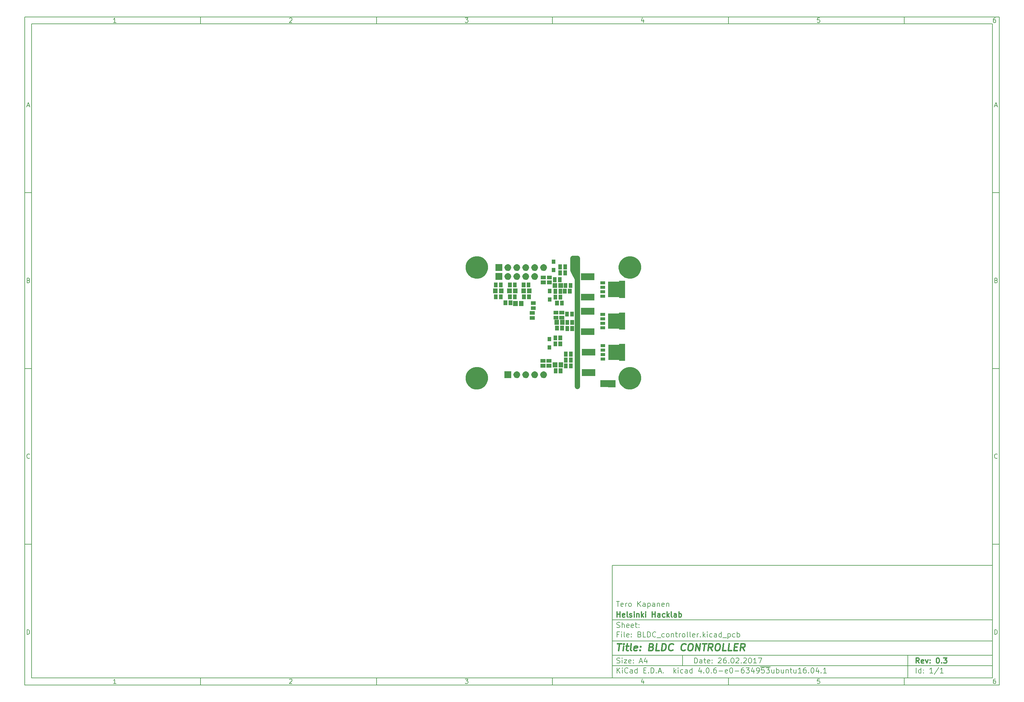
<source format=gbr>
G04 #@! TF.FileFunction,Soldermask,Bot*
%FSLAX46Y46*%
G04 Gerber Fmt 4.6, Leading zero omitted, Abs format (unit mm)*
G04 Created by KiCad (PCBNEW 4.0.6-e0-6349~53~ubuntu16.04.1) date Sun Mar  5 22:35:24 2017*
%MOMM*%
%LPD*%
G01*
G04 APERTURE LIST*
%ADD10C,0.100000*%
%ADD11C,0.150000*%
%ADD12C,0.300000*%
%ADD13C,0.400000*%
%ADD14C,1.500000*%
G04 APERTURE END LIST*
D10*
D11*
X177002200Y-166007200D02*
X177002200Y-198007200D01*
X285002200Y-198007200D01*
X285002200Y-166007200D01*
X177002200Y-166007200D01*
D10*
D11*
X10000000Y-10000000D02*
X10000000Y-200007200D01*
X287002200Y-200007200D01*
X287002200Y-10000000D01*
X10000000Y-10000000D01*
D10*
D11*
X12000000Y-12000000D02*
X12000000Y-198007200D01*
X285002200Y-198007200D01*
X285002200Y-12000000D01*
X12000000Y-12000000D01*
D10*
D11*
X60000000Y-12000000D02*
X60000000Y-10000000D01*
D10*
D11*
X110000000Y-12000000D02*
X110000000Y-10000000D01*
D10*
D11*
X160000000Y-12000000D02*
X160000000Y-10000000D01*
D10*
D11*
X210000000Y-12000000D02*
X210000000Y-10000000D01*
D10*
D11*
X260000000Y-12000000D02*
X260000000Y-10000000D01*
D10*
D11*
X35990476Y-11588095D02*
X35247619Y-11588095D01*
X35619048Y-11588095D02*
X35619048Y-10288095D01*
X35495238Y-10473810D01*
X35371429Y-10597619D01*
X35247619Y-10659524D01*
D10*
D11*
X85247619Y-10411905D02*
X85309524Y-10350000D01*
X85433333Y-10288095D01*
X85742857Y-10288095D01*
X85866667Y-10350000D01*
X85928571Y-10411905D01*
X85990476Y-10535714D01*
X85990476Y-10659524D01*
X85928571Y-10845238D01*
X85185714Y-11588095D01*
X85990476Y-11588095D01*
D10*
D11*
X135185714Y-10288095D02*
X135990476Y-10288095D01*
X135557143Y-10783333D01*
X135742857Y-10783333D01*
X135866667Y-10845238D01*
X135928571Y-10907143D01*
X135990476Y-11030952D01*
X135990476Y-11340476D01*
X135928571Y-11464286D01*
X135866667Y-11526190D01*
X135742857Y-11588095D01*
X135371429Y-11588095D01*
X135247619Y-11526190D01*
X135185714Y-11464286D01*
D10*
D11*
X185866667Y-10721429D02*
X185866667Y-11588095D01*
X185557143Y-10226190D02*
X185247619Y-11154762D01*
X186052381Y-11154762D01*
D10*
D11*
X235928571Y-10288095D02*
X235309524Y-10288095D01*
X235247619Y-10907143D01*
X235309524Y-10845238D01*
X235433333Y-10783333D01*
X235742857Y-10783333D01*
X235866667Y-10845238D01*
X235928571Y-10907143D01*
X235990476Y-11030952D01*
X235990476Y-11340476D01*
X235928571Y-11464286D01*
X235866667Y-11526190D01*
X235742857Y-11588095D01*
X235433333Y-11588095D01*
X235309524Y-11526190D01*
X235247619Y-11464286D01*
D10*
D11*
X285866667Y-10288095D02*
X285619048Y-10288095D01*
X285495238Y-10350000D01*
X285433333Y-10411905D01*
X285309524Y-10597619D01*
X285247619Y-10845238D01*
X285247619Y-11340476D01*
X285309524Y-11464286D01*
X285371429Y-11526190D01*
X285495238Y-11588095D01*
X285742857Y-11588095D01*
X285866667Y-11526190D01*
X285928571Y-11464286D01*
X285990476Y-11340476D01*
X285990476Y-11030952D01*
X285928571Y-10907143D01*
X285866667Y-10845238D01*
X285742857Y-10783333D01*
X285495238Y-10783333D01*
X285371429Y-10845238D01*
X285309524Y-10907143D01*
X285247619Y-11030952D01*
D10*
D11*
X60000000Y-198007200D02*
X60000000Y-200007200D01*
D10*
D11*
X110000000Y-198007200D02*
X110000000Y-200007200D01*
D10*
D11*
X160000000Y-198007200D02*
X160000000Y-200007200D01*
D10*
D11*
X210000000Y-198007200D02*
X210000000Y-200007200D01*
D10*
D11*
X260000000Y-198007200D02*
X260000000Y-200007200D01*
D10*
D11*
X35990476Y-199595295D02*
X35247619Y-199595295D01*
X35619048Y-199595295D02*
X35619048Y-198295295D01*
X35495238Y-198481010D01*
X35371429Y-198604819D01*
X35247619Y-198666724D01*
D10*
D11*
X85247619Y-198419105D02*
X85309524Y-198357200D01*
X85433333Y-198295295D01*
X85742857Y-198295295D01*
X85866667Y-198357200D01*
X85928571Y-198419105D01*
X85990476Y-198542914D01*
X85990476Y-198666724D01*
X85928571Y-198852438D01*
X85185714Y-199595295D01*
X85990476Y-199595295D01*
D10*
D11*
X135185714Y-198295295D02*
X135990476Y-198295295D01*
X135557143Y-198790533D01*
X135742857Y-198790533D01*
X135866667Y-198852438D01*
X135928571Y-198914343D01*
X135990476Y-199038152D01*
X135990476Y-199347676D01*
X135928571Y-199471486D01*
X135866667Y-199533390D01*
X135742857Y-199595295D01*
X135371429Y-199595295D01*
X135247619Y-199533390D01*
X135185714Y-199471486D01*
D10*
D11*
X185866667Y-198728629D02*
X185866667Y-199595295D01*
X185557143Y-198233390D02*
X185247619Y-199161962D01*
X186052381Y-199161962D01*
D10*
D11*
X235928571Y-198295295D02*
X235309524Y-198295295D01*
X235247619Y-198914343D01*
X235309524Y-198852438D01*
X235433333Y-198790533D01*
X235742857Y-198790533D01*
X235866667Y-198852438D01*
X235928571Y-198914343D01*
X235990476Y-199038152D01*
X235990476Y-199347676D01*
X235928571Y-199471486D01*
X235866667Y-199533390D01*
X235742857Y-199595295D01*
X235433333Y-199595295D01*
X235309524Y-199533390D01*
X235247619Y-199471486D01*
D10*
D11*
X285866667Y-198295295D02*
X285619048Y-198295295D01*
X285495238Y-198357200D01*
X285433333Y-198419105D01*
X285309524Y-198604819D01*
X285247619Y-198852438D01*
X285247619Y-199347676D01*
X285309524Y-199471486D01*
X285371429Y-199533390D01*
X285495238Y-199595295D01*
X285742857Y-199595295D01*
X285866667Y-199533390D01*
X285928571Y-199471486D01*
X285990476Y-199347676D01*
X285990476Y-199038152D01*
X285928571Y-198914343D01*
X285866667Y-198852438D01*
X285742857Y-198790533D01*
X285495238Y-198790533D01*
X285371429Y-198852438D01*
X285309524Y-198914343D01*
X285247619Y-199038152D01*
D10*
D11*
X10000000Y-60000000D02*
X12000000Y-60000000D01*
D10*
D11*
X10000000Y-110000000D02*
X12000000Y-110000000D01*
D10*
D11*
X10000000Y-160000000D02*
X12000000Y-160000000D01*
D10*
D11*
X10690476Y-35216667D02*
X11309524Y-35216667D01*
X10566667Y-35588095D02*
X11000000Y-34288095D01*
X11433333Y-35588095D01*
D10*
D11*
X11092857Y-84907143D02*
X11278571Y-84969048D01*
X11340476Y-85030952D01*
X11402381Y-85154762D01*
X11402381Y-85340476D01*
X11340476Y-85464286D01*
X11278571Y-85526190D01*
X11154762Y-85588095D01*
X10659524Y-85588095D01*
X10659524Y-84288095D01*
X11092857Y-84288095D01*
X11216667Y-84350000D01*
X11278571Y-84411905D01*
X11340476Y-84535714D01*
X11340476Y-84659524D01*
X11278571Y-84783333D01*
X11216667Y-84845238D01*
X11092857Y-84907143D01*
X10659524Y-84907143D01*
D10*
D11*
X11402381Y-135464286D02*
X11340476Y-135526190D01*
X11154762Y-135588095D01*
X11030952Y-135588095D01*
X10845238Y-135526190D01*
X10721429Y-135402381D01*
X10659524Y-135278571D01*
X10597619Y-135030952D01*
X10597619Y-134845238D01*
X10659524Y-134597619D01*
X10721429Y-134473810D01*
X10845238Y-134350000D01*
X11030952Y-134288095D01*
X11154762Y-134288095D01*
X11340476Y-134350000D01*
X11402381Y-134411905D01*
D10*
D11*
X10659524Y-185588095D02*
X10659524Y-184288095D01*
X10969048Y-184288095D01*
X11154762Y-184350000D01*
X11278571Y-184473810D01*
X11340476Y-184597619D01*
X11402381Y-184845238D01*
X11402381Y-185030952D01*
X11340476Y-185278571D01*
X11278571Y-185402381D01*
X11154762Y-185526190D01*
X10969048Y-185588095D01*
X10659524Y-185588095D01*
D10*
D11*
X287002200Y-60000000D02*
X285002200Y-60000000D01*
D10*
D11*
X287002200Y-110000000D02*
X285002200Y-110000000D01*
D10*
D11*
X287002200Y-160000000D02*
X285002200Y-160000000D01*
D10*
D11*
X285692676Y-35216667D02*
X286311724Y-35216667D01*
X285568867Y-35588095D02*
X286002200Y-34288095D01*
X286435533Y-35588095D01*
D10*
D11*
X286095057Y-84907143D02*
X286280771Y-84969048D01*
X286342676Y-85030952D01*
X286404581Y-85154762D01*
X286404581Y-85340476D01*
X286342676Y-85464286D01*
X286280771Y-85526190D01*
X286156962Y-85588095D01*
X285661724Y-85588095D01*
X285661724Y-84288095D01*
X286095057Y-84288095D01*
X286218867Y-84350000D01*
X286280771Y-84411905D01*
X286342676Y-84535714D01*
X286342676Y-84659524D01*
X286280771Y-84783333D01*
X286218867Y-84845238D01*
X286095057Y-84907143D01*
X285661724Y-84907143D01*
D10*
D11*
X286404581Y-135464286D02*
X286342676Y-135526190D01*
X286156962Y-135588095D01*
X286033152Y-135588095D01*
X285847438Y-135526190D01*
X285723629Y-135402381D01*
X285661724Y-135278571D01*
X285599819Y-135030952D01*
X285599819Y-134845238D01*
X285661724Y-134597619D01*
X285723629Y-134473810D01*
X285847438Y-134350000D01*
X286033152Y-134288095D01*
X286156962Y-134288095D01*
X286342676Y-134350000D01*
X286404581Y-134411905D01*
D10*
D11*
X285661724Y-185588095D02*
X285661724Y-184288095D01*
X285971248Y-184288095D01*
X286156962Y-184350000D01*
X286280771Y-184473810D01*
X286342676Y-184597619D01*
X286404581Y-184845238D01*
X286404581Y-185030952D01*
X286342676Y-185278571D01*
X286280771Y-185402381D01*
X286156962Y-185526190D01*
X285971248Y-185588095D01*
X285661724Y-185588095D01*
D10*
D11*
X200359343Y-193785771D02*
X200359343Y-192285771D01*
X200716486Y-192285771D01*
X200930771Y-192357200D01*
X201073629Y-192500057D01*
X201145057Y-192642914D01*
X201216486Y-192928629D01*
X201216486Y-193142914D01*
X201145057Y-193428629D01*
X201073629Y-193571486D01*
X200930771Y-193714343D01*
X200716486Y-193785771D01*
X200359343Y-193785771D01*
X202502200Y-193785771D02*
X202502200Y-193000057D01*
X202430771Y-192857200D01*
X202287914Y-192785771D01*
X202002200Y-192785771D01*
X201859343Y-192857200D01*
X202502200Y-193714343D02*
X202359343Y-193785771D01*
X202002200Y-193785771D01*
X201859343Y-193714343D01*
X201787914Y-193571486D01*
X201787914Y-193428629D01*
X201859343Y-193285771D01*
X202002200Y-193214343D01*
X202359343Y-193214343D01*
X202502200Y-193142914D01*
X203002200Y-192785771D02*
X203573629Y-192785771D01*
X203216486Y-192285771D02*
X203216486Y-193571486D01*
X203287914Y-193714343D01*
X203430772Y-193785771D01*
X203573629Y-193785771D01*
X204645057Y-193714343D02*
X204502200Y-193785771D01*
X204216486Y-193785771D01*
X204073629Y-193714343D01*
X204002200Y-193571486D01*
X204002200Y-193000057D01*
X204073629Y-192857200D01*
X204216486Y-192785771D01*
X204502200Y-192785771D01*
X204645057Y-192857200D01*
X204716486Y-193000057D01*
X204716486Y-193142914D01*
X204002200Y-193285771D01*
X205359343Y-193642914D02*
X205430771Y-193714343D01*
X205359343Y-193785771D01*
X205287914Y-193714343D01*
X205359343Y-193642914D01*
X205359343Y-193785771D01*
X205359343Y-192857200D02*
X205430771Y-192928629D01*
X205359343Y-193000057D01*
X205287914Y-192928629D01*
X205359343Y-192857200D01*
X205359343Y-193000057D01*
X207145057Y-192428629D02*
X207216486Y-192357200D01*
X207359343Y-192285771D01*
X207716486Y-192285771D01*
X207859343Y-192357200D01*
X207930772Y-192428629D01*
X208002200Y-192571486D01*
X208002200Y-192714343D01*
X207930772Y-192928629D01*
X207073629Y-193785771D01*
X208002200Y-193785771D01*
X209287914Y-192285771D02*
X209002200Y-192285771D01*
X208859343Y-192357200D01*
X208787914Y-192428629D01*
X208645057Y-192642914D01*
X208573628Y-192928629D01*
X208573628Y-193500057D01*
X208645057Y-193642914D01*
X208716485Y-193714343D01*
X208859343Y-193785771D01*
X209145057Y-193785771D01*
X209287914Y-193714343D01*
X209359343Y-193642914D01*
X209430771Y-193500057D01*
X209430771Y-193142914D01*
X209359343Y-193000057D01*
X209287914Y-192928629D01*
X209145057Y-192857200D01*
X208859343Y-192857200D01*
X208716485Y-192928629D01*
X208645057Y-193000057D01*
X208573628Y-193142914D01*
X210073628Y-193642914D02*
X210145056Y-193714343D01*
X210073628Y-193785771D01*
X210002199Y-193714343D01*
X210073628Y-193642914D01*
X210073628Y-193785771D01*
X211073628Y-192285771D02*
X211216485Y-192285771D01*
X211359342Y-192357200D01*
X211430771Y-192428629D01*
X211502200Y-192571486D01*
X211573628Y-192857200D01*
X211573628Y-193214343D01*
X211502200Y-193500057D01*
X211430771Y-193642914D01*
X211359342Y-193714343D01*
X211216485Y-193785771D01*
X211073628Y-193785771D01*
X210930771Y-193714343D01*
X210859342Y-193642914D01*
X210787914Y-193500057D01*
X210716485Y-193214343D01*
X210716485Y-192857200D01*
X210787914Y-192571486D01*
X210859342Y-192428629D01*
X210930771Y-192357200D01*
X211073628Y-192285771D01*
X212145056Y-192428629D02*
X212216485Y-192357200D01*
X212359342Y-192285771D01*
X212716485Y-192285771D01*
X212859342Y-192357200D01*
X212930771Y-192428629D01*
X213002199Y-192571486D01*
X213002199Y-192714343D01*
X212930771Y-192928629D01*
X212073628Y-193785771D01*
X213002199Y-193785771D01*
X213645056Y-193642914D02*
X213716484Y-193714343D01*
X213645056Y-193785771D01*
X213573627Y-193714343D01*
X213645056Y-193642914D01*
X213645056Y-193785771D01*
X214287913Y-192428629D02*
X214359342Y-192357200D01*
X214502199Y-192285771D01*
X214859342Y-192285771D01*
X215002199Y-192357200D01*
X215073628Y-192428629D01*
X215145056Y-192571486D01*
X215145056Y-192714343D01*
X215073628Y-192928629D01*
X214216485Y-193785771D01*
X215145056Y-193785771D01*
X216073627Y-192285771D02*
X216216484Y-192285771D01*
X216359341Y-192357200D01*
X216430770Y-192428629D01*
X216502199Y-192571486D01*
X216573627Y-192857200D01*
X216573627Y-193214343D01*
X216502199Y-193500057D01*
X216430770Y-193642914D01*
X216359341Y-193714343D01*
X216216484Y-193785771D01*
X216073627Y-193785771D01*
X215930770Y-193714343D01*
X215859341Y-193642914D01*
X215787913Y-193500057D01*
X215716484Y-193214343D01*
X215716484Y-192857200D01*
X215787913Y-192571486D01*
X215859341Y-192428629D01*
X215930770Y-192357200D01*
X216073627Y-192285771D01*
X218002198Y-193785771D02*
X217145055Y-193785771D01*
X217573627Y-193785771D02*
X217573627Y-192285771D01*
X217430770Y-192500057D01*
X217287912Y-192642914D01*
X217145055Y-192714343D01*
X218502198Y-192285771D02*
X219502198Y-192285771D01*
X218859341Y-193785771D01*
D10*
D11*
X177002200Y-194507200D02*
X285002200Y-194507200D01*
D10*
D11*
X178359343Y-196585771D02*
X178359343Y-195085771D01*
X179216486Y-196585771D02*
X178573629Y-195728629D01*
X179216486Y-195085771D02*
X178359343Y-195942914D01*
X179859343Y-196585771D02*
X179859343Y-195585771D01*
X179859343Y-195085771D02*
X179787914Y-195157200D01*
X179859343Y-195228629D01*
X179930771Y-195157200D01*
X179859343Y-195085771D01*
X179859343Y-195228629D01*
X181430772Y-196442914D02*
X181359343Y-196514343D01*
X181145057Y-196585771D01*
X181002200Y-196585771D01*
X180787915Y-196514343D01*
X180645057Y-196371486D01*
X180573629Y-196228629D01*
X180502200Y-195942914D01*
X180502200Y-195728629D01*
X180573629Y-195442914D01*
X180645057Y-195300057D01*
X180787915Y-195157200D01*
X181002200Y-195085771D01*
X181145057Y-195085771D01*
X181359343Y-195157200D01*
X181430772Y-195228629D01*
X182716486Y-196585771D02*
X182716486Y-195800057D01*
X182645057Y-195657200D01*
X182502200Y-195585771D01*
X182216486Y-195585771D01*
X182073629Y-195657200D01*
X182716486Y-196514343D02*
X182573629Y-196585771D01*
X182216486Y-196585771D01*
X182073629Y-196514343D01*
X182002200Y-196371486D01*
X182002200Y-196228629D01*
X182073629Y-196085771D01*
X182216486Y-196014343D01*
X182573629Y-196014343D01*
X182716486Y-195942914D01*
X184073629Y-196585771D02*
X184073629Y-195085771D01*
X184073629Y-196514343D02*
X183930772Y-196585771D01*
X183645058Y-196585771D01*
X183502200Y-196514343D01*
X183430772Y-196442914D01*
X183359343Y-196300057D01*
X183359343Y-195871486D01*
X183430772Y-195728629D01*
X183502200Y-195657200D01*
X183645058Y-195585771D01*
X183930772Y-195585771D01*
X184073629Y-195657200D01*
X185930772Y-195800057D02*
X186430772Y-195800057D01*
X186645058Y-196585771D02*
X185930772Y-196585771D01*
X185930772Y-195085771D01*
X186645058Y-195085771D01*
X187287915Y-196442914D02*
X187359343Y-196514343D01*
X187287915Y-196585771D01*
X187216486Y-196514343D01*
X187287915Y-196442914D01*
X187287915Y-196585771D01*
X188002201Y-196585771D02*
X188002201Y-195085771D01*
X188359344Y-195085771D01*
X188573629Y-195157200D01*
X188716487Y-195300057D01*
X188787915Y-195442914D01*
X188859344Y-195728629D01*
X188859344Y-195942914D01*
X188787915Y-196228629D01*
X188716487Y-196371486D01*
X188573629Y-196514343D01*
X188359344Y-196585771D01*
X188002201Y-196585771D01*
X189502201Y-196442914D02*
X189573629Y-196514343D01*
X189502201Y-196585771D01*
X189430772Y-196514343D01*
X189502201Y-196442914D01*
X189502201Y-196585771D01*
X190145058Y-196157200D02*
X190859344Y-196157200D01*
X190002201Y-196585771D02*
X190502201Y-195085771D01*
X191002201Y-196585771D01*
X191502201Y-196442914D02*
X191573629Y-196514343D01*
X191502201Y-196585771D01*
X191430772Y-196514343D01*
X191502201Y-196442914D01*
X191502201Y-196585771D01*
X194502201Y-196585771D02*
X194502201Y-195085771D01*
X194645058Y-196014343D02*
X195073629Y-196585771D01*
X195073629Y-195585771D02*
X194502201Y-196157200D01*
X195716487Y-196585771D02*
X195716487Y-195585771D01*
X195716487Y-195085771D02*
X195645058Y-195157200D01*
X195716487Y-195228629D01*
X195787915Y-195157200D01*
X195716487Y-195085771D01*
X195716487Y-195228629D01*
X197073630Y-196514343D02*
X196930773Y-196585771D01*
X196645059Y-196585771D01*
X196502201Y-196514343D01*
X196430773Y-196442914D01*
X196359344Y-196300057D01*
X196359344Y-195871486D01*
X196430773Y-195728629D01*
X196502201Y-195657200D01*
X196645059Y-195585771D01*
X196930773Y-195585771D01*
X197073630Y-195657200D01*
X198359344Y-196585771D02*
X198359344Y-195800057D01*
X198287915Y-195657200D01*
X198145058Y-195585771D01*
X197859344Y-195585771D01*
X197716487Y-195657200D01*
X198359344Y-196514343D02*
X198216487Y-196585771D01*
X197859344Y-196585771D01*
X197716487Y-196514343D01*
X197645058Y-196371486D01*
X197645058Y-196228629D01*
X197716487Y-196085771D01*
X197859344Y-196014343D01*
X198216487Y-196014343D01*
X198359344Y-195942914D01*
X199716487Y-196585771D02*
X199716487Y-195085771D01*
X199716487Y-196514343D02*
X199573630Y-196585771D01*
X199287916Y-196585771D01*
X199145058Y-196514343D01*
X199073630Y-196442914D01*
X199002201Y-196300057D01*
X199002201Y-195871486D01*
X199073630Y-195728629D01*
X199145058Y-195657200D01*
X199287916Y-195585771D01*
X199573630Y-195585771D01*
X199716487Y-195657200D01*
X202216487Y-195585771D02*
X202216487Y-196585771D01*
X201859344Y-195014343D02*
X201502201Y-196085771D01*
X202430773Y-196085771D01*
X203002201Y-196442914D02*
X203073629Y-196514343D01*
X203002201Y-196585771D01*
X202930772Y-196514343D01*
X203002201Y-196442914D01*
X203002201Y-196585771D01*
X204002201Y-195085771D02*
X204145058Y-195085771D01*
X204287915Y-195157200D01*
X204359344Y-195228629D01*
X204430773Y-195371486D01*
X204502201Y-195657200D01*
X204502201Y-196014343D01*
X204430773Y-196300057D01*
X204359344Y-196442914D01*
X204287915Y-196514343D01*
X204145058Y-196585771D01*
X204002201Y-196585771D01*
X203859344Y-196514343D01*
X203787915Y-196442914D01*
X203716487Y-196300057D01*
X203645058Y-196014343D01*
X203645058Y-195657200D01*
X203716487Y-195371486D01*
X203787915Y-195228629D01*
X203859344Y-195157200D01*
X204002201Y-195085771D01*
X205145058Y-196442914D02*
X205216486Y-196514343D01*
X205145058Y-196585771D01*
X205073629Y-196514343D01*
X205145058Y-196442914D01*
X205145058Y-196585771D01*
X206502201Y-195085771D02*
X206216487Y-195085771D01*
X206073630Y-195157200D01*
X206002201Y-195228629D01*
X205859344Y-195442914D01*
X205787915Y-195728629D01*
X205787915Y-196300057D01*
X205859344Y-196442914D01*
X205930772Y-196514343D01*
X206073630Y-196585771D01*
X206359344Y-196585771D01*
X206502201Y-196514343D01*
X206573630Y-196442914D01*
X206645058Y-196300057D01*
X206645058Y-195942914D01*
X206573630Y-195800057D01*
X206502201Y-195728629D01*
X206359344Y-195657200D01*
X206073630Y-195657200D01*
X205930772Y-195728629D01*
X205859344Y-195800057D01*
X205787915Y-195942914D01*
X207287915Y-196014343D02*
X208430772Y-196014343D01*
X209716486Y-196514343D02*
X209573629Y-196585771D01*
X209287915Y-196585771D01*
X209145058Y-196514343D01*
X209073629Y-196371486D01*
X209073629Y-195800057D01*
X209145058Y-195657200D01*
X209287915Y-195585771D01*
X209573629Y-195585771D01*
X209716486Y-195657200D01*
X209787915Y-195800057D01*
X209787915Y-195942914D01*
X209073629Y-196085771D01*
X210716486Y-195085771D02*
X210859343Y-195085771D01*
X211002200Y-195157200D01*
X211073629Y-195228629D01*
X211145058Y-195371486D01*
X211216486Y-195657200D01*
X211216486Y-196014343D01*
X211145058Y-196300057D01*
X211073629Y-196442914D01*
X211002200Y-196514343D01*
X210859343Y-196585771D01*
X210716486Y-196585771D01*
X210573629Y-196514343D01*
X210502200Y-196442914D01*
X210430772Y-196300057D01*
X210359343Y-196014343D01*
X210359343Y-195657200D01*
X210430772Y-195371486D01*
X210502200Y-195228629D01*
X210573629Y-195157200D01*
X210716486Y-195085771D01*
X211859343Y-196014343D02*
X213002200Y-196014343D01*
X214359343Y-195085771D02*
X214073629Y-195085771D01*
X213930772Y-195157200D01*
X213859343Y-195228629D01*
X213716486Y-195442914D01*
X213645057Y-195728629D01*
X213645057Y-196300057D01*
X213716486Y-196442914D01*
X213787914Y-196514343D01*
X213930772Y-196585771D01*
X214216486Y-196585771D01*
X214359343Y-196514343D01*
X214430772Y-196442914D01*
X214502200Y-196300057D01*
X214502200Y-195942914D01*
X214430772Y-195800057D01*
X214359343Y-195728629D01*
X214216486Y-195657200D01*
X213930772Y-195657200D01*
X213787914Y-195728629D01*
X213716486Y-195800057D01*
X213645057Y-195942914D01*
X215002200Y-195085771D02*
X215930771Y-195085771D01*
X215430771Y-195657200D01*
X215645057Y-195657200D01*
X215787914Y-195728629D01*
X215859343Y-195800057D01*
X215930771Y-195942914D01*
X215930771Y-196300057D01*
X215859343Y-196442914D01*
X215787914Y-196514343D01*
X215645057Y-196585771D01*
X215216485Y-196585771D01*
X215073628Y-196514343D01*
X215002200Y-196442914D01*
X217216485Y-195585771D02*
X217216485Y-196585771D01*
X216859342Y-195014343D02*
X216502199Y-196085771D01*
X217430771Y-196085771D01*
X218073627Y-196585771D02*
X218359342Y-196585771D01*
X218502199Y-196514343D01*
X218573627Y-196442914D01*
X218716485Y-196228629D01*
X218787913Y-195942914D01*
X218787913Y-195371486D01*
X218716485Y-195228629D01*
X218645056Y-195157200D01*
X218502199Y-195085771D01*
X218216485Y-195085771D01*
X218073627Y-195157200D01*
X218002199Y-195228629D01*
X217930770Y-195371486D01*
X217930770Y-195728629D01*
X218002199Y-195871486D01*
X218073627Y-195942914D01*
X218216485Y-196014343D01*
X218502199Y-196014343D01*
X218645056Y-195942914D01*
X218716485Y-195871486D01*
X218787913Y-195728629D01*
X220145056Y-195085771D02*
X219430770Y-195085771D01*
X219359341Y-195800057D01*
X219430770Y-195728629D01*
X219573627Y-195657200D01*
X219930770Y-195657200D01*
X220073627Y-195728629D01*
X220145056Y-195800057D01*
X220216484Y-195942914D01*
X220216484Y-196300057D01*
X220145056Y-196442914D01*
X220073627Y-196514343D01*
X219930770Y-196585771D01*
X219573627Y-196585771D01*
X219430770Y-196514343D01*
X219359341Y-196442914D01*
X220716484Y-195085771D02*
X221645055Y-195085771D01*
X221145055Y-195657200D01*
X221359341Y-195657200D01*
X221502198Y-195728629D01*
X221573627Y-195800057D01*
X221645055Y-195942914D01*
X221645055Y-196300057D01*
X221573627Y-196442914D01*
X221502198Y-196514343D01*
X221359341Y-196585771D01*
X220930769Y-196585771D01*
X220787912Y-196514343D01*
X220716484Y-196442914D01*
X219073627Y-194827200D02*
X221930769Y-194827200D01*
X222930769Y-195585771D02*
X222930769Y-196585771D01*
X222287912Y-195585771D02*
X222287912Y-196371486D01*
X222359340Y-196514343D01*
X222502198Y-196585771D01*
X222716483Y-196585771D01*
X222859340Y-196514343D01*
X222930769Y-196442914D01*
X223645055Y-196585771D02*
X223645055Y-195085771D01*
X223645055Y-195657200D02*
X223787912Y-195585771D01*
X224073626Y-195585771D01*
X224216483Y-195657200D01*
X224287912Y-195728629D01*
X224359341Y-195871486D01*
X224359341Y-196300057D01*
X224287912Y-196442914D01*
X224216483Y-196514343D01*
X224073626Y-196585771D01*
X223787912Y-196585771D01*
X223645055Y-196514343D01*
X225645055Y-195585771D02*
X225645055Y-196585771D01*
X225002198Y-195585771D02*
X225002198Y-196371486D01*
X225073626Y-196514343D01*
X225216484Y-196585771D01*
X225430769Y-196585771D01*
X225573626Y-196514343D01*
X225645055Y-196442914D01*
X226359341Y-195585771D02*
X226359341Y-196585771D01*
X226359341Y-195728629D02*
X226430769Y-195657200D01*
X226573627Y-195585771D01*
X226787912Y-195585771D01*
X226930769Y-195657200D01*
X227002198Y-195800057D01*
X227002198Y-196585771D01*
X227502198Y-195585771D02*
X228073627Y-195585771D01*
X227716484Y-195085771D02*
X227716484Y-196371486D01*
X227787912Y-196514343D01*
X227930770Y-196585771D01*
X228073627Y-196585771D01*
X229216484Y-195585771D02*
X229216484Y-196585771D01*
X228573627Y-195585771D02*
X228573627Y-196371486D01*
X228645055Y-196514343D01*
X228787913Y-196585771D01*
X229002198Y-196585771D01*
X229145055Y-196514343D01*
X229216484Y-196442914D01*
X230716484Y-196585771D02*
X229859341Y-196585771D01*
X230287913Y-196585771D02*
X230287913Y-195085771D01*
X230145056Y-195300057D01*
X230002198Y-195442914D01*
X229859341Y-195514343D01*
X232002198Y-195085771D02*
X231716484Y-195085771D01*
X231573627Y-195157200D01*
X231502198Y-195228629D01*
X231359341Y-195442914D01*
X231287912Y-195728629D01*
X231287912Y-196300057D01*
X231359341Y-196442914D01*
X231430769Y-196514343D01*
X231573627Y-196585771D01*
X231859341Y-196585771D01*
X232002198Y-196514343D01*
X232073627Y-196442914D01*
X232145055Y-196300057D01*
X232145055Y-195942914D01*
X232073627Y-195800057D01*
X232002198Y-195728629D01*
X231859341Y-195657200D01*
X231573627Y-195657200D01*
X231430769Y-195728629D01*
X231359341Y-195800057D01*
X231287912Y-195942914D01*
X232787912Y-196442914D02*
X232859340Y-196514343D01*
X232787912Y-196585771D01*
X232716483Y-196514343D01*
X232787912Y-196442914D01*
X232787912Y-196585771D01*
X233787912Y-195085771D02*
X233930769Y-195085771D01*
X234073626Y-195157200D01*
X234145055Y-195228629D01*
X234216484Y-195371486D01*
X234287912Y-195657200D01*
X234287912Y-196014343D01*
X234216484Y-196300057D01*
X234145055Y-196442914D01*
X234073626Y-196514343D01*
X233930769Y-196585771D01*
X233787912Y-196585771D01*
X233645055Y-196514343D01*
X233573626Y-196442914D01*
X233502198Y-196300057D01*
X233430769Y-196014343D01*
X233430769Y-195657200D01*
X233502198Y-195371486D01*
X233573626Y-195228629D01*
X233645055Y-195157200D01*
X233787912Y-195085771D01*
X235573626Y-195585771D02*
X235573626Y-196585771D01*
X235216483Y-195014343D02*
X234859340Y-196085771D01*
X235787912Y-196085771D01*
X236359340Y-196442914D02*
X236430768Y-196514343D01*
X236359340Y-196585771D01*
X236287911Y-196514343D01*
X236359340Y-196442914D01*
X236359340Y-196585771D01*
X237859340Y-196585771D02*
X237002197Y-196585771D01*
X237430769Y-196585771D02*
X237430769Y-195085771D01*
X237287912Y-195300057D01*
X237145054Y-195442914D01*
X237002197Y-195514343D01*
D10*
D11*
X177002200Y-191507200D02*
X285002200Y-191507200D01*
D10*
D12*
X264216486Y-193785771D02*
X263716486Y-193071486D01*
X263359343Y-193785771D02*
X263359343Y-192285771D01*
X263930771Y-192285771D01*
X264073629Y-192357200D01*
X264145057Y-192428629D01*
X264216486Y-192571486D01*
X264216486Y-192785771D01*
X264145057Y-192928629D01*
X264073629Y-193000057D01*
X263930771Y-193071486D01*
X263359343Y-193071486D01*
X265430771Y-193714343D02*
X265287914Y-193785771D01*
X265002200Y-193785771D01*
X264859343Y-193714343D01*
X264787914Y-193571486D01*
X264787914Y-193000057D01*
X264859343Y-192857200D01*
X265002200Y-192785771D01*
X265287914Y-192785771D01*
X265430771Y-192857200D01*
X265502200Y-193000057D01*
X265502200Y-193142914D01*
X264787914Y-193285771D01*
X266002200Y-192785771D02*
X266359343Y-193785771D01*
X266716485Y-192785771D01*
X267287914Y-193642914D02*
X267359342Y-193714343D01*
X267287914Y-193785771D01*
X267216485Y-193714343D01*
X267287914Y-193642914D01*
X267287914Y-193785771D01*
X267287914Y-192857200D02*
X267359342Y-192928629D01*
X267287914Y-193000057D01*
X267216485Y-192928629D01*
X267287914Y-192857200D01*
X267287914Y-193000057D01*
X269430771Y-192285771D02*
X269573628Y-192285771D01*
X269716485Y-192357200D01*
X269787914Y-192428629D01*
X269859343Y-192571486D01*
X269930771Y-192857200D01*
X269930771Y-193214343D01*
X269859343Y-193500057D01*
X269787914Y-193642914D01*
X269716485Y-193714343D01*
X269573628Y-193785771D01*
X269430771Y-193785771D01*
X269287914Y-193714343D01*
X269216485Y-193642914D01*
X269145057Y-193500057D01*
X269073628Y-193214343D01*
X269073628Y-192857200D01*
X269145057Y-192571486D01*
X269216485Y-192428629D01*
X269287914Y-192357200D01*
X269430771Y-192285771D01*
X270573628Y-193642914D02*
X270645056Y-193714343D01*
X270573628Y-193785771D01*
X270502199Y-193714343D01*
X270573628Y-193642914D01*
X270573628Y-193785771D01*
X271145057Y-192285771D02*
X272073628Y-192285771D01*
X271573628Y-192857200D01*
X271787914Y-192857200D01*
X271930771Y-192928629D01*
X272002200Y-193000057D01*
X272073628Y-193142914D01*
X272073628Y-193500057D01*
X272002200Y-193642914D01*
X271930771Y-193714343D01*
X271787914Y-193785771D01*
X271359342Y-193785771D01*
X271216485Y-193714343D01*
X271145057Y-193642914D01*
D10*
D11*
X178287914Y-193714343D02*
X178502200Y-193785771D01*
X178859343Y-193785771D01*
X179002200Y-193714343D01*
X179073629Y-193642914D01*
X179145057Y-193500057D01*
X179145057Y-193357200D01*
X179073629Y-193214343D01*
X179002200Y-193142914D01*
X178859343Y-193071486D01*
X178573629Y-193000057D01*
X178430771Y-192928629D01*
X178359343Y-192857200D01*
X178287914Y-192714343D01*
X178287914Y-192571486D01*
X178359343Y-192428629D01*
X178430771Y-192357200D01*
X178573629Y-192285771D01*
X178930771Y-192285771D01*
X179145057Y-192357200D01*
X179787914Y-193785771D02*
X179787914Y-192785771D01*
X179787914Y-192285771D02*
X179716485Y-192357200D01*
X179787914Y-192428629D01*
X179859342Y-192357200D01*
X179787914Y-192285771D01*
X179787914Y-192428629D01*
X180359343Y-192785771D02*
X181145057Y-192785771D01*
X180359343Y-193785771D01*
X181145057Y-193785771D01*
X182287914Y-193714343D02*
X182145057Y-193785771D01*
X181859343Y-193785771D01*
X181716486Y-193714343D01*
X181645057Y-193571486D01*
X181645057Y-193000057D01*
X181716486Y-192857200D01*
X181859343Y-192785771D01*
X182145057Y-192785771D01*
X182287914Y-192857200D01*
X182359343Y-193000057D01*
X182359343Y-193142914D01*
X181645057Y-193285771D01*
X183002200Y-193642914D02*
X183073628Y-193714343D01*
X183002200Y-193785771D01*
X182930771Y-193714343D01*
X183002200Y-193642914D01*
X183002200Y-193785771D01*
X183002200Y-192857200D02*
X183073628Y-192928629D01*
X183002200Y-193000057D01*
X182930771Y-192928629D01*
X183002200Y-192857200D01*
X183002200Y-193000057D01*
X184787914Y-193357200D02*
X185502200Y-193357200D01*
X184645057Y-193785771D02*
X185145057Y-192285771D01*
X185645057Y-193785771D01*
X186787914Y-192785771D02*
X186787914Y-193785771D01*
X186430771Y-192214343D02*
X186073628Y-193285771D01*
X187002200Y-193285771D01*
D10*
D11*
X263359343Y-196585771D02*
X263359343Y-195085771D01*
X264716486Y-196585771D02*
X264716486Y-195085771D01*
X264716486Y-196514343D02*
X264573629Y-196585771D01*
X264287915Y-196585771D01*
X264145057Y-196514343D01*
X264073629Y-196442914D01*
X264002200Y-196300057D01*
X264002200Y-195871486D01*
X264073629Y-195728629D01*
X264145057Y-195657200D01*
X264287915Y-195585771D01*
X264573629Y-195585771D01*
X264716486Y-195657200D01*
X265430772Y-196442914D02*
X265502200Y-196514343D01*
X265430772Y-196585771D01*
X265359343Y-196514343D01*
X265430772Y-196442914D01*
X265430772Y-196585771D01*
X265430772Y-195657200D02*
X265502200Y-195728629D01*
X265430772Y-195800057D01*
X265359343Y-195728629D01*
X265430772Y-195657200D01*
X265430772Y-195800057D01*
X268073629Y-196585771D02*
X267216486Y-196585771D01*
X267645058Y-196585771D02*
X267645058Y-195085771D01*
X267502201Y-195300057D01*
X267359343Y-195442914D01*
X267216486Y-195514343D01*
X269787914Y-195014343D02*
X268502200Y-196942914D01*
X271073629Y-196585771D02*
X270216486Y-196585771D01*
X270645058Y-196585771D02*
X270645058Y-195085771D01*
X270502201Y-195300057D01*
X270359343Y-195442914D01*
X270216486Y-195514343D01*
D10*
D11*
X177002200Y-187507200D02*
X285002200Y-187507200D01*
D10*
D13*
X178454581Y-188211962D02*
X179597438Y-188211962D01*
X178776010Y-190211962D02*
X179026010Y-188211962D01*
X180014105Y-190211962D02*
X180180771Y-188878629D01*
X180264105Y-188211962D02*
X180156962Y-188307200D01*
X180240295Y-188402438D01*
X180347439Y-188307200D01*
X180264105Y-188211962D01*
X180240295Y-188402438D01*
X180847438Y-188878629D02*
X181609343Y-188878629D01*
X181216486Y-188211962D02*
X181002200Y-189926248D01*
X181073630Y-190116724D01*
X181252201Y-190211962D01*
X181442677Y-190211962D01*
X182395058Y-190211962D02*
X182216487Y-190116724D01*
X182145057Y-189926248D01*
X182359343Y-188211962D01*
X183930772Y-190116724D02*
X183728391Y-190211962D01*
X183347439Y-190211962D01*
X183168867Y-190116724D01*
X183097438Y-189926248D01*
X183192676Y-189164343D01*
X183311724Y-188973867D01*
X183514105Y-188878629D01*
X183895057Y-188878629D01*
X184073629Y-188973867D01*
X184145057Y-189164343D01*
X184121248Y-189354819D01*
X183145057Y-189545295D01*
X184895057Y-190021486D02*
X184978392Y-190116724D01*
X184871248Y-190211962D01*
X184787915Y-190116724D01*
X184895057Y-190021486D01*
X184871248Y-190211962D01*
X185026010Y-188973867D02*
X185109344Y-189069105D01*
X185002200Y-189164343D01*
X184918867Y-189069105D01*
X185026010Y-188973867D01*
X185002200Y-189164343D01*
X188145058Y-189164343D02*
X188418867Y-189259581D01*
X188502202Y-189354819D01*
X188573630Y-189545295D01*
X188537916Y-189831010D01*
X188418868Y-190021486D01*
X188311725Y-190116724D01*
X188109344Y-190211962D01*
X187347439Y-190211962D01*
X187597439Y-188211962D01*
X188264106Y-188211962D01*
X188442677Y-188307200D01*
X188526010Y-188402438D01*
X188597440Y-188592914D01*
X188573630Y-188783390D01*
X188454582Y-188973867D01*
X188347439Y-189069105D01*
X188145058Y-189164343D01*
X187478391Y-189164343D01*
X190299820Y-190211962D02*
X189347439Y-190211962D01*
X189597439Y-188211962D01*
X190966487Y-190211962D02*
X191216487Y-188211962D01*
X191692678Y-188211962D01*
X191966487Y-188307200D01*
X192133154Y-188497676D01*
X192204583Y-188688152D01*
X192252202Y-189069105D01*
X192216488Y-189354819D01*
X192073631Y-189735771D01*
X191954582Y-189926248D01*
X191740297Y-190116724D01*
X191442678Y-190211962D01*
X190966487Y-190211962D01*
X194133154Y-190021486D02*
X194026012Y-190116724D01*
X193728392Y-190211962D01*
X193537916Y-190211962D01*
X193264107Y-190116724D01*
X193097440Y-189926248D01*
X193026011Y-189735771D01*
X192978392Y-189354819D01*
X193014106Y-189069105D01*
X193156963Y-188688152D01*
X193276012Y-188497676D01*
X193490297Y-188307200D01*
X193787916Y-188211962D01*
X193978392Y-188211962D01*
X194252202Y-188307200D01*
X194335535Y-188402438D01*
X197656964Y-190021486D02*
X197549822Y-190116724D01*
X197252202Y-190211962D01*
X197061726Y-190211962D01*
X196787917Y-190116724D01*
X196621250Y-189926248D01*
X196549821Y-189735771D01*
X196502202Y-189354819D01*
X196537916Y-189069105D01*
X196680773Y-188688152D01*
X196799822Y-188497676D01*
X197014107Y-188307200D01*
X197311726Y-188211962D01*
X197502202Y-188211962D01*
X197776012Y-188307200D01*
X197859345Y-188402438D01*
X199121250Y-188211962D02*
X199502202Y-188211962D01*
X199680773Y-188307200D01*
X199847441Y-188497676D01*
X199895059Y-188878629D01*
X199811726Y-189545295D01*
X199668869Y-189926248D01*
X199454583Y-190116724D01*
X199252202Y-190211962D01*
X198871250Y-190211962D01*
X198692679Y-190116724D01*
X198526011Y-189926248D01*
X198478392Y-189545295D01*
X198561725Y-188878629D01*
X198704583Y-188497676D01*
X198918869Y-188307200D01*
X199121250Y-188211962D01*
X200585535Y-190211962D02*
X200835535Y-188211962D01*
X201728393Y-190211962D01*
X201978393Y-188211962D01*
X202645059Y-188211962D02*
X203787916Y-188211962D01*
X202966488Y-190211962D02*
X203216488Y-188211962D01*
X205347441Y-190211962D02*
X204799821Y-189259581D01*
X204204583Y-190211962D02*
X204454583Y-188211962D01*
X205216488Y-188211962D01*
X205395059Y-188307200D01*
X205478393Y-188402438D01*
X205549822Y-188592914D01*
X205514107Y-188878629D01*
X205395060Y-189069105D01*
X205287916Y-189164343D01*
X205085535Y-189259581D01*
X204323630Y-189259581D01*
X206835536Y-188211962D02*
X207216488Y-188211962D01*
X207395059Y-188307200D01*
X207561727Y-188497676D01*
X207609345Y-188878629D01*
X207526012Y-189545295D01*
X207383155Y-189926248D01*
X207168869Y-190116724D01*
X206966488Y-190211962D01*
X206585536Y-190211962D01*
X206406965Y-190116724D01*
X206240297Y-189926248D01*
X206192678Y-189545295D01*
X206276011Y-188878629D01*
X206418869Y-188497676D01*
X206633155Y-188307200D01*
X206835536Y-188211962D01*
X209252202Y-190211962D02*
X208299821Y-190211962D01*
X208549821Y-188211962D01*
X210871250Y-190211962D02*
X209918869Y-190211962D01*
X210168869Y-188211962D01*
X211668869Y-189164343D02*
X212335536Y-189164343D01*
X212490298Y-190211962D02*
X211537917Y-190211962D01*
X211787917Y-188211962D01*
X212740298Y-188211962D01*
X214490299Y-190211962D02*
X213942679Y-189259581D01*
X213347441Y-190211962D02*
X213597441Y-188211962D01*
X214359346Y-188211962D01*
X214537917Y-188307200D01*
X214621251Y-188402438D01*
X214692680Y-188592914D01*
X214656965Y-188878629D01*
X214537918Y-189069105D01*
X214430774Y-189164343D01*
X214228393Y-189259581D01*
X213466488Y-189259581D01*
D10*
D11*
X178859343Y-185600057D02*
X178359343Y-185600057D01*
X178359343Y-186385771D02*
X178359343Y-184885771D01*
X179073629Y-184885771D01*
X179645057Y-186385771D02*
X179645057Y-185385771D01*
X179645057Y-184885771D02*
X179573628Y-184957200D01*
X179645057Y-185028629D01*
X179716485Y-184957200D01*
X179645057Y-184885771D01*
X179645057Y-185028629D01*
X180573629Y-186385771D02*
X180430771Y-186314343D01*
X180359343Y-186171486D01*
X180359343Y-184885771D01*
X181716485Y-186314343D02*
X181573628Y-186385771D01*
X181287914Y-186385771D01*
X181145057Y-186314343D01*
X181073628Y-186171486D01*
X181073628Y-185600057D01*
X181145057Y-185457200D01*
X181287914Y-185385771D01*
X181573628Y-185385771D01*
X181716485Y-185457200D01*
X181787914Y-185600057D01*
X181787914Y-185742914D01*
X181073628Y-185885771D01*
X182430771Y-186242914D02*
X182502199Y-186314343D01*
X182430771Y-186385771D01*
X182359342Y-186314343D01*
X182430771Y-186242914D01*
X182430771Y-186385771D01*
X182430771Y-185457200D02*
X182502199Y-185528629D01*
X182430771Y-185600057D01*
X182359342Y-185528629D01*
X182430771Y-185457200D01*
X182430771Y-185600057D01*
X184787914Y-185600057D02*
X185002200Y-185671486D01*
X185073628Y-185742914D01*
X185145057Y-185885771D01*
X185145057Y-186100057D01*
X185073628Y-186242914D01*
X185002200Y-186314343D01*
X184859342Y-186385771D01*
X184287914Y-186385771D01*
X184287914Y-184885771D01*
X184787914Y-184885771D01*
X184930771Y-184957200D01*
X185002200Y-185028629D01*
X185073628Y-185171486D01*
X185073628Y-185314343D01*
X185002200Y-185457200D01*
X184930771Y-185528629D01*
X184787914Y-185600057D01*
X184287914Y-185600057D01*
X186502200Y-186385771D02*
X185787914Y-186385771D01*
X185787914Y-184885771D01*
X187002200Y-186385771D02*
X187002200Y-184885771D01*
X187359343Y-184885771D01*
X187573628Y-184957200D01*
X187716486Y-185100057D01*
X187787914Y-185242914D01*
X187859343Y-185528629D01*
X187859343Y-185742914D01*
X187787914Y-186028629D01*
X187716486Y-186171486D01*
X187573628Y-186314343D01*
X187359343Y-186385771D01*
X187002200Y-186385771D01*
X189359343Y-186242914D02*
X189287914Y-186314343D01*
X189073628Y-186385771D01*
X188930771Y-186385771D01*
X188716486Y-186314343D01*
X188573628Y-186171486D01*
X188502200Y-186028629D01*
X188430771Y-185742914D01*
X188430771Y-185528629D01*
X188502200Y-185242914D01*
X188573628Y-185100057D01*
X188716486Y-184957200D01*
X188930771Y-184885771D01*
X189073628Y-184885771D01*
X189287914Y-184957200D01*
X189359343Y-185028629D01*
X189645057Y-186528629D02*
X190787914Y-186528629D01*
X191787914Y-186314343D02*
X191645057Y-186385771D01*
X191359343Y-186385771D01*
X191216485Y-186314343D01*
X191145057Y-186242914D01*
X191073628Y-186100057D01*
X191073628Y-185671486D01*
X191145057Y-185528629D01*
X191216485Y-185457200D01*
X191359343Y-185385771D01*
X191645057Y-185385771D01*
X191787914Y-185457200D01*
X192645057Y-186385771D02*
X192502199Y-186314343D01*
X192430771Y-186242914D01*
X192359342Y-186100057D01*
X192359342Y-185671486D01*
X192430771Y-185528629D01*
X192502199Y-185457200D01*
X192645057Y-185385771D01*
X192859342Y-185385771D01*
X193002199Y-185457200D01*
X193073628Y-185528629D01*
X193145057Y-185671486D01*
X193145057Y-186100057D01*
X193073628Y-186242914D01*
X193002199Y-186314343D01*
X192859342Y-186385771D01*
X192645057Y-186385771D01*
X193787914Y-185385771D02*
X193787914Y-186385771D01*
X193787914Y-185528629D02*
X193859342Y-185457200D01*
X194002200Y-185385771D01*
X194216485Y-185385771D01*
X194359342Y-185457200D01*
X194430771Y-185600057D01*
X194430771Y-186385771D01*
X194930771Y-185385771D02*
X195502200Y-185385771D01*
X195145057Y-184885771D02*
X195145057Y-186171486D01*
X195216485Y-186314343D01*
X195359343Y-186385771D01*
X195502200Y-186385771D01*
X196002200Y-186385771D02*
X196002200Y-185385771D01*
X196002200Y-185671486D02*
X196073628Y-185528629D01*
X196145057Y-185457200D01*
X196287914Y-185385771D01*
X196430771Y-185385771D01*
X197145057Y-186385771D02*
X197002199Y-186314343D01*
X196930771Y-186242914D01*
X196859342Y-186100057D01*
X196859342Y-185671486D01*
X196930771Y-185528629D01*
X197002199Y-185457200D01*
X197145057Y-185385771D01*
X197359342Y-185385771D01*
X197502199Y-185457200D01*
X197573628Y-185528629D01*
X197645057Y-185671486D01*
X197645057Y-186100057D01*
X197573628Y-186242914D01*
X197502199Y-186314343D01*
X197359342Y-186385771D01*
X197145057Y-186385771D01*
X198502200Y-186385771D02*
X198359342Y-186314343D01*
X198287914Y-186171486D01*
X198287914Y-184885771D01*
X199287914Y-186385771D02*
X199145056Y-186314343D01*
X199073628Y-186171486D01*
X199073628Y-184885771D01*
X200430770Y-186314343D02*
X200287913Y-186385771D01*
X200002199Y-186385771D01*
X199859342Y-186314343D01*
X199787913Y-186171486D01*
X199787913Y-185600057D01*
X199859342Y-185457200D01*
X200002199Y-185385771D01*
X200287913Y-185385771D01*
X200430770Y-185457200D01*
X200502199Y-185600057D01*
X200502199Y-185742914D01*
X199787913Y-185885771D01*
X201145056Y-186385771D02*
X201145056Y-185385771D01*
X201145056Y-185671486D02*
X201216484Y-185528629D01*
X201287913Y-185457200D01*
X201430770Y-185385771D01*
X201573627Y-185385771D01*
X202073627Y-186242914D02*
X202145055Y-186314343D01*
X202073627Y-186385771D01*
X202002198Y-186314343D01*
X202073627Y-186242914D01*
X202073627Y-186385771D01*
X202787913Y-186385771D02*
X202787913Y-184885771D01*
X202930770Y-185814343D02*
X203359341Y-186385771D01*
X203359341Y-185385771D02*
X202787913Y-185957200D01*
X204002199Y-186385771D02*
X204002199Y-185385771D01*
X204002199Y-184885771D02*
X203930770Y-184957200D01*
X204002199Y-185028629D01*
X204073627Y-184957200D01*
X204002199Y-184885771D01*
X204002199Y-185028629D01*
X205359342Y-186314343D02*
X205216485Y-186385771D01*
X204930771Y-186385771D01*
X204787913Y-186314343D01*
X204716485Y-186242914D01*
X204645056Y-186100057D01*
X204645056Y-185671486D01*
X204716485Y-185528629D01*
X204787913Y-185457200D01*
X204930771Y-185385771D01*
X205216485Y-185385771D01*
X205359342Y-185457200D01*
X206645056Y-186385771D02*
X206645056Y-185600057D01*
X206573627Y-185457200D01*
X206430770Y-185385771D01*
X206145056Y-185385771D01*
X206002199Y-185457200D01*
X206645056Y-186314343D02*
X206502199Y-186385771D01*
X206145056Y-186385771D01*
X206002199Y-186314343D01*
X205930770Y-186171486D01*
X205930770Y-186028629D01*
X206002199Y-185885771D01*
X206145056Y-185814343D01*
X206502199Y-185814343D01*
X206645056Y-185742914D01*
X208002199Y-186385771D02*
X208002199Y-184885771D01*
X208002199Y-186314343D02*
X207859342Y-186385771D01*
X207573628Y-186385771D01*
X207430770Y-186314343D01*
X207359342Y-186242914D01*
X207287913Y-186100057D01*
X207287913Y-185671486D01*
X207359342Y-185528629D01*
X207430770Y-185457200D01*
X207573628Y-185385771D01*
X207859342Y-185385771D01*
X208002199Y-185457200D01*
X208359342Y-186528629D02*
X209502199Y-186528629D01*
X209859342Y-185385771D02*
X209859342Y-186885771D01*
X209859342Y-185457200D02*
X210002199Y-185385771D01*
X210287913Y-185385771D01*
X210430770Y-185457200D01*
X210502199Y-185528629D01*
X210573628Y-185671486D01*
X210573628Y-186100057D01*
X210502199Y-186242914D01*
X210430770Y-186314343D01*
X210287913Y-186385771D01*
X210002199Y-186385771D01*
X209859342Y-186314343D01*
X211859342Y-186314343D02*
X211716485Y-186385771D01*
X211430771Y-186385771D01*
X211287913Y-186314343D01*
X211216485Y-186242914D01*
X211145056Y-186100057D01*
X211145056Y-185671486D01*
X211216485Y-185528629D01*
X211287913Y-185457200D01*
X211430771Y-185385771D01*
X211716485Y-185385771D01*
X211859342Y-185457200D01*
X212502199Y-186385771D02*
X212502199Y-184885771D01*
X212502199Y-185457200D02*
X212645056Y-185385771D01*
X212930770Y-185385771D01*
X213073627Y-185457200D01*
X213145056Y-185528629D01*
X213216485Y-185671486D01*
X213216485Y-186100057D01*
X213145056Y-186242914D01*
X213073627Y-186314343D01*
X212930770Y-186385771D01*
X212645056Y-186385771D01*
X212502199Y-186314343D01*
D10*
D11*
X177002200Y-181507200D02*
X285002200Y-181507200D01*
D10*
D11*
X178287914Y-183614343D02*
X178502200Y-183685771D01*
X178859343Y-183685771D01*
X179002200Y-183614343D01*
X179073629Y-183542914D01*
X179145057Y-183400057D01*
X179145057Y-183257200D01*
X179073629Y-183114343D01*
X179002200Y-183042914D01*
X178859343Y-182971486D01*
X178573629Y-182900057D01*
X178430771Y-182828629D01*
X178359343Y-182757200D01*
X178287914Y-182614343D01*
X178287914Y-182471486D01*
X178359343Y-182328629D01*
X178430771Y-182257200D01*
X178573629Y-182185771D01*
X178930771Y-182185771D01*
X179145057Y-182257200D01*
X179787914Y-183685771D02*
X179787914Y-182185771D01*
X180430771Y-183685771D02*
X180430771Y-182900057D01*
X180359342Y-182757200D01*
X180216485Y-182685771D01*
X180002200Y-182685771D01*
X179859342Y-182757200D01*
X179787914Y-182828629D01*
X181716485Y-183614343D02*
X181573628Y-183685771D01*
X181287914Y-183685771D01*
X181145057Y-183614343D01*
X181073628Y-183471486D01*
X181073628Y-182900057D01*
X181145057Y-182757200D01*
X181287914Y-182685771D01*
X181573628Y-182685771D01*
X181716485Y-182757200D01*
X181787914Y-182900057D01*
X181787914Y-183042914D01*
X181073628Y-183185771D01*
X183002199Y-183614343D02*
X182859342Y-183685771D01*
X182573628Y-183685771D01*
X182430771Y-183614343D01*
X182359342Y-183471486D01*
X182359342Y-182900057D01*
X182430771Y-182757200D01*
X182573628Y-182685771D01*
X182859342Y-182685771D01*
X183002199Y-182757200D01*
X183073628Y-182900057D01*
X183073628Y-183042914D01*
X182359342Y-183185771D01*
X183502199Y-182685771D02*
X184073628Y-182685771D01*
X183716485Y-182185771D02*
X183716485Y-183471486D01*
X183787913Y-183614343D01*
X183930771Y-183685771D01*
X184073628Y-183685771D01*
X184573628Y-183542914D02*
X184645056Y-183614343D01*
X184573628Y-183685771D01*
X184502199Y-183614343D01*
X184573628Y-183542914D01*
X184573628Y-183685771D01*
X184573628Y-182757200D02*
X184645056Y-182828629D01*
X184573628Y-182900057D01*
X184502199Y-182828629D01*
X184573628Y-182757200D01*
X184573628Y-182900057D01*
D10*
D12*
X178359343Y-180685771D02*
X178359343Y-179185771D01*
X178359343Y-179900057D02*
X179216486Y-179900057D01*
X179216486Y-180685771D02*
X179216486Y-179185771D01*
X180502200Y-180614343D02*
X180359343Y-180685771D01*
X180073629Y-180685771D01*
X179930772Y-180614343D01*
X179859343Y-180471486D01*
X179859343Y-179900057D01*
X179930772Y-179757200D01*
X180073629Y-179685771D01*
X180359343Y-179685771D01*
X180502200Y-179757200D01*
X180573629Y-179900057D01*
X180573629Y-180042914D01*
X179859343Y-180185771D01*
X181430772Y-180685771D02*
X181287914Y-180614343D01*
X181216486Y-180471486D01*
X181216486Y-179185771D01*
X181930771Y-180614343D02*
X182073628Y-180685771D01*
X182359343Y-180685771D01*
X182502200Y-180614343D01*
X182573628Y-180471486D01*
X182573628Y-180400057D01*
X182502200Y-180257200D01*
X182359343Y-180185771D01*
X182145057Y-180185771D01*
X182002200Y-180114343D01*
X181930771Y-179971486D01*
X181930771Y-179900057D01*
X182002200Y-179757200D01*
X182145057Y-179685771D01*
X182359343Y-179685771D01*
X182502200Y-179757200D01*
X183216486Y-180685771D02*
X183216486Y-179685771D01*
X183216486Y-179185771D02*
X183145057Y-179257200D01*
X183216486Y-179328629D01*
X183287914Y-179257200D01*
X183216486Y-179185771D01*
X183216486Y-179328629D01*
X183930772Y-179685771D02*
X183930772Y-180685771D01*
X183930772Y-179828629D02*
X184002200Y-179757200D01*
X184145058Y-179685771D01*
X184359343Y-179685771D01*
X184502200Y-179757200D01*
X184573629Y-179900057D01*
X184573629Y-180685771D01*
X185287915Y-180685771D02*
X185287915Y-179185771D01*
X185430772Y-180114343D02*
X185859343Y-180685771D01*
X185859343Y-179685771D02*
X185287915Y-180257200D01*
X186502201Y-180685771D02*
X186502201Y-179685771D01*
X186502201Y-179185771D02*
X186430772Y-179257200D01*
X186502201Y-179328629D01*
X186573629Y-179257200D01*
X186502201Y-179185771D01*
X186502201Y-179328629D01*
X188359344Y-180685771D02*
X188359344Y-179185771D01*
X188359344Y-179900057D02*
X189216487Y-179900057D01*
X189216487Y-180685771D02*
X189216487Y-179185771D01*
X190573630Y-180685771D02*
X190573630Y-179900057D01*
X190502201Y-179757200D01*
X190359344Y-179685771D01*
X190073630Y-179685771D01*
X189930773Y-179757200D01*
X190573630Y-180614343D02*
X190430773Y-180685771D01*
X190073630Y-180685771D01*
X189930773Y-180614343D01*
X189859344Y-180471486D01*
X189859344Y-180328629D01*
X189930773Y-180185771D01*
X190073630Y-180114343D01*
X190430773Y-180114343D01*
X190573630Y-180042914D01*
X191930773Y-180614343D02*
X191787916Y-180685771D01*
X191502202Y-180685771D01*
X191359344Y-180614343D01*
X191287916Y-180542914D01*
X191216487Y-180400057D01*
X191216487Y-179971486D01*
X191287916Y-179828629D01*
X191359344Y-179757200D01*
X191502202Y-179685771D01*
X191787916Y-179685771D01*
X191930773Y-179757200D01*
X192573630Y-180685771D02*
X192573630Y-179185771D01*
X192716487Y-180114343D02*
X193145058Y-180685771D01*
X193145058Y-179685771D02*
X192573630Y-180257200D01*
X194002202Y-180685771D02*
X193859344Y-180614343D01*
X193787916Y-180471486D01*
X193787916Y-179185771D01*
X195216487Y-180685771D02*
X195216487Y-179900057D01*
X195145058Y-179757200D01*
X195002201Y-179685771D01*
X194716487Y-179685771D01*
X194573630Y-179757200D01*
X195216487Y-180614343D02*
X195073630Y-180685771D01*
X194716487Y-180685771D01*
X194573630Y-180614343D01*
X194502201Y-180471486D01*
X194502201Y-180328629D01*
X194573630Y-180185771D01*
X194716487Y-180114343D01*
X195073630Y-180114343D01*
X195216487Y-180042914D01*
X195930773Y-180685771D02*
X195930773Y-179185771D01*
X195930773Y-179757200D02*
X196073630Y-179685771D01*
X196359344Y-179685771D01*
X196502201Y-179757200D01*
X196573630Y-179828629D01*
X196645059Y-179971486D01*
X196645059Y-180400057D01*
X196573630Y-180542914D01*
X196502201Y-180614343D01*
X196359344Y-180685771D01*
X196073630Y-180685771D01*
X195930773Y-180614343D01*
D10*
D11*
X178145057Y-176185771D02*
X179002200Y-176185771D01*
X178573629Y-177685771D02*
X178573629Y-176185771D01*
X180073628Y-177614343D02*
X179930771Y-177685771D01*
X179645057Y-177685771D01*
X179502200Y-177614343D01*
X179430771Y-177471486D01*
X179430771Y-176900057D01*
X179502200Y-176757200D01*
X179645057Y-176685771D01*
X179930771Y-176685771D01*
X180073628Y-176757200D01*
X180145057Y-176900057D01*
X180145057Y-177042914D01*
X179430771Y-177185771D01*
X180787914Y-177685771D02*
X180787914Y-176685771D01*
X180787914Y-176971486D02*
X180859342Y-176828629D01*
X180930771Y-176757200D01*
X181073628Y-176685771D01*
X181216485Y-176685771D01*
X181930771Y-177685771D02*
X181787913Y-177614343D01*
X181716485Y-177542914D01*
X181645056Y-177400057D01*
X181645056Y-176971486D01*
X181716485Y-176828629D01*
X181787913Y-176757200D01*
X181930771Y-176685771D01*
X182145056Y-176685771D01*
X182287913Y-176757200D01*
X182359342Y-176828629D01*
X182430771Y-176971486D01*
X182430771Y-177400057D01*
X182359342Y-177542914D01*
X182287913Y-177614343D01*
X182145056Y-177685771D01*
X181930771Y-177685771D01*
X184216485Y-177685771D02*
X184216485Y-176185771D01*
X185073628Y-177685771D02*
X184430771Y-176828629D01*
X185073628Y-176185771D02*
X184216485Y-177042914D01*
X186359342Y-177685771D02*
X186359342Y-176900057D01*
X186287913Y-176757200D01*
X186145056Y-176685771D01*
X185859342Y-176685771D01*
X185716485Y-176757200D01*
X186359342Y-177614343D02*
X186216485Y-177685771D01*
X185859342Y-177685771D01*
X185716485Y-177614343D01*
X185645056Y-177471486D01*
X185645056Y-177328629D01*
X185716485Y-177185771D01*
X185859342Y-177114343D01*
X186216485Y-177114343D01*
X186359342Y-177042914D01*
X187073628Y-176685771D02*
X187073628Y-178185771D01*
X187073628Y-176757200D02*
X187216485Y-176685771D01*
X187502199Y-176685771D01*
X187645056Y-176757200D01*
X187716485Y-176828629D01*
X187787914Y-176971486D01*
X187787914Y-177400057D01*
X187716485Y-177542914D01*
X187645056Y-177614343D01*
X187502199Y-177685771D01*
X187216485Y-177685771D01*
X187073628Y-177614343D01*
X189073628Y-177685771D02*
X189073628Y-176900057D01*
X189002199Y-176757200D01*
X188859342Y-176685771D01*
X188573628Y-176685771D01*
X188430771Y-176757200D01*
X189073628Y-177614343D02*
X188930771Y-177685771D01*
X188573628Y-177685771D01*
X188430771Y-177614343D01*
X188359342Y-177471486D01*
X188359342Y-177328629D01*
X188430771Y-177185771D01*
X188573628Y-177114343D01*
X188930771Y-177114343D01*
X189073628Y-177042914D01*
X189787914Y-176685771D02*
X189787914Y-177685771D01*
X189787914Y-176828629D02*
X189859342Y-176757200D01*
X190002200Y-176685771D01*
X190216485Y-176685771D01*
X190359342Y-176757200D01*
X190430771Y-176900057D01*
X190430771Y-177685771D01*
X191716485Y-177614343D02*
X191573628Y-177685771D01*
X191287914Y-177685771D01*
X191145057Y-177614343D01*
X191073628Y-177471486D01*
X191073628Y-176900057D01*
X191145057Y-176757200D01*
X191287914Y-176685771D01*
X191573628Y-176685771D01*
X191716485Y-176757200D01*
X191787914Y-176900057D01*
X191787914Y-177042914D01*
X191073628Y-177185771D01*
X192430771Y-176685771D02*
X192430771Y-177685771D01*
X192430771Y-176828629D02*
X192502199Y-176757200D01*
X192645057Y-176685771D01*
X192859342Y-176685771D01*
X193002199Y-176757200D01*
X193073628Y-176900057D01*
X193073628Y-177685771D01*
D10*
D11*
X197002200Y-191507200D02*
X197002200Y-194507200D01*
D10*
D11*
X261002200Y-191507200D02*
X261002200Y-198007200D01*
D14*
X165800000Y-78705000D02*
X167100000Y-78705000D01*
X165800000Y-81905000D02*
X165800000Y-78805000D01*
X167100000Y-84505000D02*
X165800000Y-82105000D01*
X167100000Y-115105000D02*
X167100000Y-78805000D01*
D10*
G36*
X138836109Y-109557130D02*
X139450846Y-109683318D01*
X140029361Y-109926503D01*
X140549629Y-110277428D01*
X140991822Y-110722718D01*
X141339107Y-111245424D01*
X141578245Y-111825619D01*
X141700071Y-112440880D01*
X141700071Y-112440890D01*
X141700137Y-112441224D01*
X141690128Y-113158007D01*
X141690052Y-113158341D01*
X141690052Y-113158353D01*
X141551098Y-113769963D01*
X141295848Y-114343262D01*
X140934108Y-114856063D01*
X140479647Y-115288839D01*
X139949791Y-115625096D01*
X139364707Y-115852036D01*
X138746691Y-115961008D01*
X138119276Y-115947866D01*
X137506358Y-115813107D01*
X136931294Y-115561867D01*
X136415981Y-115203716D01*
X135980044Y-114752290D01*
X135640096Y-114224794D01*
X135409078Y-113641310D01*
X135295791Y-113024062D01*
X135304554Y-112396572D01*
X135435028Y-111782736D01*
X135682249Y-111205928D01*
X136036796Y-110688126D01*
X136485166Y-110249049D01*
X137010279Y-109905425D01*
X137592135Y-109670339D01*
X138208569Y-109552748D01*
X138836109Y-109557130D01*
X138836109Y-109557130D01*
G37*
G36*
X182336109Y-109557130D02*
X182950846Y-109683318D01*
X183529361Y-109926503D01*
X184049629Y-110277428D01*
X184491822Y-110722718D01*
X184839107Y-111245424D01*
X185078245Y-111825619D01*
X185200071Y-112440880D01*
X185200071Y-112440890D01*
X185200137Y-112441224D01*
X185190128Y-113158007D01*
X185190052Y-113158341D01*
X185190052Y-113158353D01*
X185051098Y-113769963D01*
X184795848Y-114343262D01*
X184434108Y-114856063D01*
X183979647Y-115288839D01*
X183449791Y-115625096D01*
X182864707Y-115852036D01*
X182246691Y-115961008D01*
X181619276Y-115947866D01*
X181006358Y-115813107D01*
X180431294Y-115561867D01*
X179915981Y-115203716D01*
X179480044Y-114752290D01*
X179140096Y-114224794D01*
X178909078Y-113641310D01*
X178795791Y-113024062D01*
X178804554Y-112396572D01*
X178935028Y-111782736D01*
X179182249Y-111205928D01*
X179536796Y-110688126D01*
X179985166Y-110249049D01*
X180510279Y-109905425D01*
X181092135Y-109670339D01*
X181708569Y-109552748D01*
X182336109Y-109557130D01*
X182336109Y-109557130D01*
G37*
G36*
X173640986Y-113300005D02*
X173640989Y-113300005D01*
X177894987Y-113304994D01*
X177894988Y-113304994D01*
X177900000Y-113305000D01*
X177900000Y-115305000D01*
X177895327Y-115304995D01*
X177895324Y-115304995D01*
X173641326Y-115300006D01*
X173641325Y-115300006D01*
X173636313Y-115300000D01*
X173636313Y-113300000D01*
X173640986Y-113300005D01*
X173640986Y-113300005D01*
G37*
G36*
X157579782Y-110810631D02*
X157762284Y-110848093D01*
X157934029Y-110920288D01*
X158088483Y-111024468D01*
X158219762Y-111156667D01*
X158322862Y-111311844D01*
X158393856Y-111484089D01*
X158429975Y-111666504D01*
X158429975Y-111666514D01*
X158430041Y-111666848D01*
X158427070Y-111879643D01*
X158426994Y-111879977D01*
X158426994Y-111879989D01*
X158385798Y-112061316D01*
X158310019Y-112231516D01*
X158202628Y-112383754D01*
X158067707Y-112512237D01*
X157910408Y-112612061D01*
X157736710Y-112679435D01*
X157553238Y-112711785D01*
X157366974Y-112707884D01*
X157185011Y-112667877D01*
X157014289Y-112593290D01*
X156861306Y-112486964D01*
X156731885Y-112352946D01*
X156630965Y-112196348D01*
X156562381Y-112023125D01*
X156528748Y-111839876D01*
X156531350Y-111653591D01*
X156570084Y-111471360D01*
X156643479Y-111300118D01*
X156748735Y-111146396D01*
X156881846Y-111016043D01*
X157037738Y-110914030D01*
X157210477Y-110844239D01*
X157393479Y-110809330D01*
X157579782Y-110810631D01*
X157579782Y-110810631D01*
G37*
G36*
X155039782Y-110810631D02*
X155222284Y-110848093D01*
X155394029Y-110920288D01*
X155548483Y-111024468D01*
X155679762Y-111156667D01*
X155782862Y-111311844D01*
X155853856Y-111484089D01*
X155889975Y-111666504D01*
X155889975Y-111666514D01*
X155890041Y-111666848D01*
X155887070Y-111879643D01*
X155886994Y-111879977D01*
X155886994Y-111879989D01*
X155845798Y-112061316D01*
X155770019Y-112231516D01*
X155662628Y-112383754D01*
X155527707Y-112512237D01*
X155370408Y-112612061D01*
X155196710Y-112679435D01*
X155013238Y-112711785D01*
X154826974Y-112707884D01*
X154645011Y-112667877D01*
X154474289Y-112593290D01*
X154321306Y-112486964D01*
X154191885Y-112352946D01*
X154090965Y-112196348D01*
X154022381Y-112023125D01*
X153988748Y-111839876D01*
X153991350Y-111653591D01*
X154030084Y-111471360D01*
X154103479Y-111300118D01*
X154208735Y-111146396D01*
X154341846Y-111016043D01*
X154497738Y-110914030D01*
X154670477Y-110844239D01*
X154853479Y-110809330D01*
X155039782Y-110810631D01*
X155039782Y-110810631D01*
G37*
G36*
X149959782Y-110810631D02*
X150142284Y-110848093D01*
X150314029Y-110920288D01*
X150468483Y-111024468D01*
X150599762Y-111156667D01*
X150702862Y-111311844D01*
X150773856Y-111484089D01*
X150809975Y-111666504D01*
X150809975Y-111666514D01*
X150810041Y-111666848D01*
X150807070Y-111879643D01*
X150806994Y-111879977D01*
X150806994Y-111879989D01*
X150765798Y-112061316D01*
X150690019Y-112231516D01*
X150582628Y-112383754D01*
X150447707Y-112512237D01*
X150290408Y-112612061D01*
X150116710Y-112679435D01*
X149933238Y-112711785D01*
X149746974Y-112707884D01*
X149565011Y-112667877D01*
X149394289Y-112593290D01*
X149241306Y-112486964D01*
X149111885Y-112352946D01*
X149010965Y-112196348D01*
X148942381Y-112023125D01*
X148908748Y-111839876D01*
X148911350Y-111653591D01*
X148950084Y-111471360D01*
X149023479Y-111300118D01*
X149128735Y-111146396D01*
X149261846Y-111016043D01*
X149417738Y-110914030D01*
X149590477Y-110844239D01*
X149773479Y-110809330D01*
X149959782Y-110810631D01*
X149959782Y-110810631D01*
G37*
G36*
X152499782Y-110810631D02*
X152682284Y-110848093D01*
X152854029Y-110920288D01*
X153008483Y-111024468D01*
X153139762Y-111156667D01*
X153242862Y-111311844D01*
X153313856Y-111484089D01*
X153349975Y-111666504D01*
X153349975Y-111666514D01*
X153350041Y-111666848D01*
X153347070Y-111879643D01*
X153346994Y-111879977D01*
X153346994Y-111879989D01*
X153305798Y-112061316D01*
X153230019Y-112231516D01*
X153122628Y-112383754D01*
X152987707Y-112512237D01*
X152830408Y-112612061D01*
X152656710Y-112679435D01*
X152473238Y-112711785D01*
X152286974Y-112707884D01*
X152105011Y-112667877D01*
X151934289Y-112593290D01*
X151781306Y-112486964D01*
X151651885Y-112352946D01*
X151550965Y-112196348D01*
X151482381Y-112023125D01*
X151448748Y-111839876D01*
X151451350Y-111653591D01*
X151490084Y-111471360D01*
X151563479Y-111300118D01*
X151668735Y-111146396D01*
X151801846Y-111016043D01*
X151957738Y-110914030D01*
X152130477Y-110844239D01*
X152313479Y-110809330D01*
X152499782Y-110810631D01*
X152499782Y-110810631D01*
G37*
G36*
X148270000Y-112710000D02*
X146370000Y-112710000D01*
X146370000Y-110810000D01*
X148270000Y-110810000D01*
X148270000Y-112710000D01*
X148270000Y-112710000D01*
G37*
G36*
X172175000Y-112105000D02*
X168325000Y-112105000D01*
X168325000Y-110205000D01*
X172175000Y-110205000D01*
X172175000Y-112105000D01*
X172175000Y-112105000D01*
G37*
G36*
X161415000Y-111345000D02*
X160365000Y-111345000D01*
X160365000Y-109955000D01*
X161415000Y-109955000D01*
X161415000Y-111345000D01*
X161415000Y-111345000D01*
G37*
G36*
X162835000Y-111345000D02*
X161785000Y-111345000D01*
X161785000Y-109955000D01*
X162835000Y-109955000D01*
X162835000Y-111345000D01*
X162835000Y-111345000D01*
G37*
G36*
X165735000Y-109950000D02*
X164685000Y-109950000D01*
X164685000Y-108560000D01*
X165735000Y-108560000D01*
X165735000Y-109950000D01*
X165735000Y-109950000D01*
G37*
G36*
X164315000Y-109950000D02*
X163265000Y-109950000D01*
X163265000Y-108560000D01*
X164315000Y-108560000D01*
X164315000Y-109950000D01*
X164315000Y-109950000D01*
G37*
G36*
X157995000Y-109735000D02*
X156605000Y-109735000D01*
X156605000Y-108685000D01*
X157995000Y-108685000D01*
X157995000Y-109735000D01*
X157995000Y-109735000D01*
G37*
G36*
X159695000Y-109735000D02*
X158305000Y-109735000D01*
X158305000Y-108685000D01*
X159695000Y-108685000D01*
X159695000Y-109735000D01*
X159695000Y-109735000D01*
G37*
G36*
X161390000Y-109650000D02*
X160090000Y-109650000D01*
X160090000Y-108250000D01*
X161390000Y-108250000D01*
X161390000Y-109650000D01*
X161390000Y-109650000D01*
G37*
G36*
X163050000Y-109650000D02*
X161750000Y-109650000D01*
X161750000Y-108250000D01*
X163050000Y-108250000D01*
X163050000Y-109650000D01*
X163050000Y-109650000D01*
G37*
G36*
X159695000Y-108315000D02*
X158305000Y-108315000D01*
X158305000Y-107265000D01*
X159695000Y-107265000D01*
X159695000Y-108315000D01*
X159695000Y-108315000D01*
G37*
G36*
X157995000Y-108315000D02*
X156605000Y-108315000D01*
X156605000Y-107265000D01*
X157995000Y-107265000D01*
X157995000Y-108315000D01*
X157995000Y-108315000D01*
G37*
G36*
X164315000Y-108300000D02*
X163265000Y-108300000D01*
X163265000Y-106910000D01*
X164315000Y-106910000D01*
X164315000Y-108300000D01*
X164315000Y-108300000D01*
G37*
G36*
X165735000Y-108300000D02*
X164685000Y-108300000D01*
X164685000Y-106910000D01*
X165735000Y-106910000D01*
X165735000Y-108300000D01*
X165735000Y-108300000D01*
G37*
G36*
X180650000Y-107830000D02*
X178950000Y-107830000D01*
X178950000Y-107630000D01*
X178948020Y-107616070D01*
X178942239Y-107603244D01*
X178933112Y-107592536D01*
X178921364Y-107584794D01*
X178907924Y-107580632D01*
X178900000Y-107580000D01*
X175875000Y-107580000D01*
X175875000Y-103230000D01*
X178900000Y-103230000D01*
X178913930Y-103228020D01*
X178926756Y-103222239D01*
X178937464Y-103213112D01*
X178945206Y-103201364D01*
X178949368Y-103187924D01*
X178950000Y-103180000D01*
X178950000Y-102980000D01*
X180650000Y-102980000D01*
X180650000Y-107830000D01*
X180650000Y-107830000D01*
G37*
G36*
X174975000Y-107735000D02*
X173675000Y-107735000D01*
X173675000Y-106885000D01*
X174975000Y-106885000D01*
X174975000Y-107735000D01*
X174975000Y-107735000D01*
G37*
G36*
X164315000Y-106600000D02*
X163265000Y-106600000D01*
X163265000Y-105210000D01*
X164315000Y-105210000D01*
X164315000Y-106600000D01*
X164315000Y-106600000D01*
G37*
G36*
X165735000Y-106600000D02*
X164685000Y-106600000D01*
X164685000Y-105210000D01*
X165735000Y-105210000D01*
X165735000Y-106600000D01*
X165735000Y-106600000D01*
G37*
G36*
X174975000Y-106465000D02*
X173675000Y-106465000D01*
X173675000Y-105615000D01*
X174975000Y-105615000D01*
X174975000Y-106465000D01*
X174975000Y-106465000D01*
G37*
G36*
X172175000Y-106305000D02*
X168325000Y-106305000D01*
X168325000Y-104405000D01*
X172175000Y-104405000D01*
X172175000Y-106305000D01*
X172175000Y-106305000D01*
G37*
G36*
X174975000Y-105195000D02*
X173675000Y-105195000D01*
X173675000Y-104345000D01*
X174975000Y-104345000D01*
X174975000Y-105195000D01*
X174975000Y-105195000D01*
G37*
G36*
X159600000Y-104600000D02*
X158600000Y-104600000D01*
X158600000Y-103400000D01*
X159600000Y-103400000D01*
X159600000Y-104600000D01*
X159600000Y-104600000D01*
G37*
G36*
X174975000Y-103925000D02*
X173675000Y-103925000D01*
X173675000Y-103075000D01*
X174975000Y-103075000D01*
X174975000Y-103925000D01*
X174975000Y-103925000D01*
G37*
G36*
X162745000Y-103695000D02*
X161695000Y-103695000D01*
X161695000Y-102305000D01*
X162745000Y-102305000D01*
X162745000Y-103695000D01*
X162745000Y-103695000D01*
G37*
G36*
X161325000Y-103695000D02*
X160275000Y-103695000D01*
X160275000Y-102305000D01*
X161325000Y-102305000D01*
X161325000Y-103695000D01*
X161325000Y-103695000D01*
G37*
G36*
X159600000Y-102200000D02*
X158600000Y-102200000D01*
X158600000Y-101000000D01*
X159600000Y-101000000D01*
X159600000Y-102200000D01*
X159600000Y-102200000D01*
G37*
G36*
X161315000Y-101995000D02*
X160265000Y-101995000D01*
X160265000Y-100605000D01*
X161315000Y-100605000D01*
X161315000Y-101995000D01*
X161315000Y-101995000D01*
G37*
G36*
X162735000Y-101995000D02*
X161685000Y-101995000D01*
X161685000Y-100605000D01*
X162735000Y-100605000D01*
X162735000Y-101995000D01*
X162735000Y-101995000D01*
G37*
G36*
X171925000Y-100455000D02*
X168075000Y-100455000D01*
X168075000Y-98555000D01*
X171925000Y-98555000D01*
X171925000Y-100455000D01*
X171925000Y-100455000D01*
G37*
G36*
X166135000Y-99300000D02*
X165085000Y-99300000D01*
X165085000Y-97910000D01*
X166135000Y-97910000D01*
X166135000Y-99300000D01*
X166135000Y-99300000D01*
G37*
G36*
X164715000Y-99300000D02*
X163665000Y-99300000D01*
X163665000Y-97910000D01*
X164715000Y-97910000D01*
X164715000Y-99300000D01*
X164715000Y-99300000D01*
G37*
G36*
X163235000Y-99195000D02*
X162185000Y-99195000D01*
X162185000Y-97805000D01*
X163235000Y-97805000D01*
X163235000Y-99195000D01*
X163235000Y-99195000D01*
G37*
G36*
X161815000Y-99195000D02*
X160765000Y-99195000D01*
X160765000Y-97805000D01*
X161815000Y-97805000D01*
X161815000Y-99195000D01*
X161815000Y-99195000D01*
G37*
G36*
X180600000Y-98920000D02*
X178900000Y-98920000D01*
X178900000Y-98720000D01*
X178898020Y-98706070D01*
X178892239Y-98693244D01*
X178883112Y-98682536D01*
X178871364Y-98674794D01*
X178857924Y-98670632D01*
X178850000Y-98670000D01*
X175825000Y-98670000D01*
X175825000Y-94320000D01*
X178850000Y-94320000D01*
X178863930Y-94318020D01*
X178876756Y-94312239D01*
X178887464Y-94303112D01*
X178895206Y-94291364D01*
X178899368Y-94277924D01*
X178900000Y-94270000D01*
X178900000Y-94070000D01*
X180600000Y-94070000D01*
X180600000Y-98920000D01*
X180600000Y-98920000D01*
G37*
G36*
X174925000Y-98825000D02*
X173625000Y-98825000D01*
X173625000Y-97975000D01*
X174925000Y-97975000D01*
X174925000Y-98825000D01*
X174925000Y-98825000D01*
G37*
G36*
X164715000Y-97600000D02*
X163665000Y-97600000D01*
X163665000Y-96210000D01*
X164715000Y-96210000D01*
X164715000Y-97600000D01*
X164715000Y-97600000D01*
G37*
G36*
X166135000Y-97600000D02*
X165085000Y-97600000D01*
X165085000Y-96210000D01*
X166135000Y-96210000D01*
X166135000Y-97600000D01*
X166135000Y-97600000D01*
G37*
G36*
X174925000Y-97555000D02*
X173625000Y-97555000D01*
X173625000Y-96705000D01*
X174925000Y-96705000D01*
X174925000Y-97555000D01*
X174925000Y-97555000D01*
G37*
G36*
X163480000Y-97550000D02*
X162180000Y-97550000D01*
X162180000Y-96150000D01*
X163480000Y-96150000D01*
X163480000Y-97550000D01*
X163480000Y-97550000D01*
G37*
G36*
X161820000Y-97550000D02*
X160520000Y-97550000D01*
X160520000Y-96150000D01*
X161820000Y-96150000D01*
X161820000Y-97550000D01*
X161820000Y-97550000D01*
G37*
G36*
X174925000Y-96285000D02*
X173625000Y-96285000D01*
X173625000Y-95435000D01*
X174925000Y-95435000D01*
X174925000Y-96285000D01*
X174925000Y-96285000D01*
G37*
G36*
X154945000Y-96135000D02*
X153555000Y-96135000D01*
X153555000Y-95085000D01*
X154945000Y-95085000D01*
X154945000Y-96135000D01*
X154945000Y-96135000D01*
G37*
G36*
X161695000Y-96035000D02*
X160305000Y-96035000D01*
X160305000Y-94985000D01*
X161695000Y-94985000D01*
X161695000Y-96035000D01*
X161695000Y-96035000D01*
G37*
G36*
X163345000Y-96035000D02*
X161955000Y-96035000D01*
X161955000Y-94985000D01*
X163345000Y-94985000D01*
X163345000Y-96035000D01*
X163345000Y-96035000D01*
G37*
G36*
X166085000Y-95195000D02*
X165035000Y-95195000D01*
X165035000Y-93805000D01*
X166085000Y-93805000D01*
X166085000Y-95195000D01*
X166085000Y-95195000D01*
G37*
G36*
X164665000Y-95195000D02*
X163615000Y-95195000D01*
X163615000Y-93805000D01*
X164665000Y-93805000D01*
X164665000Y-95195000D01*
X164665000Y-95195000D01*
G37*
G36*
X174925000Y-95015000D02*
X173625000Y-95015000D01*
X173625000Y-94165000D01*
X174925000Y-94165000D01*
X174925000Y-95015000D01*
X174925000Y-95015000D01*
G37*
G36*
X154945000Y-94715000D02*
X153555000Y-94715000D01*
X153555000Y-93665000D01*
X154945000Y-93665000D01*
X154945000Y-94715000D01*
X154945000Y-94715000D01*
G37*
G36*
X171925000Y-94655000D02*
X168075000Y-94655000D01*
X168075000Y-92755000D01*
X171925000Y-92755000D01*
X171925000Y-94655000D01*
X171925000Y-94655000D01*
G37*
G36*
X161695000Y-94615000D02*
X160305000Y-94615000D01*
X160305000Y-93565000D01*
X161695000Y-93565000D01*
X161695000Y-94615000D01*
X161695000Y-94615000D01*
G37*
G36*
X163345000Y-94615000D02*
X161955000Y-94615000D01*
X161955000Y-93565000D01*
X163345000Y-93565000D01*
X163345000Y-94615000D01*
X163345000Y-94615000D01*
G37*
G36*
X155245000Y-93335000D02*
X153855000Y-93335000D01*
X153855000Y-92285000D01*
X155245000Y-92285000D01*
X155245000Y-93335000D01*
X155245000Y-93335000D01*
G37*
G36*
X151780000Y-92200000D02*
X150480000Y-92200000D01*
X150480000Y-90800000D01*
X151780000Y-90800000D01*
X151780000Y-92200000D01*
X151780000Y-92200000D01*
G37*
G36*
X150120000Y-92200000D02*
X148820000Y-92200000D01*
X148820000Y-90800000D01*
X150120000Y-90800000D01*
X150120000Y-92200000D01*
X150120000Y-92200000D01*
G37*
G36*
X163210000Y-92070000D02*
X162160000Y-92070000D01*
X162160000Y-90680000D01*
X163210000Y-90680000D01*
X163210000Y-92070000D01*
X163210000Y-92070000D01*
G37*
G36*
X161790000Y-92070000D02*
X160740000Y-92070000D01*
X160740000Y-90680000D01*
X161790000Y-90680000D01*
X161790000Y-92070000D01*
X161790000Y-92070000D01*
G37*
G36*
X147165000Y-92000000D02*
X146115000Y-92000000D01*
X146115000Y-90610000D01*
X147165000Y-90610000D01*
X147165000Y-92000000D01*
X147165000Y-92000000D01*
G37*
G36*
X148585000Y-92000000D02*
X147535000Y-92000000D01*
X147535000Y-90610000D01*
X148585000Y-90610000D01*
X148585000Y-92000000D01*
X148585000Y-92000000D01*
G37*
G36*
X155245000Y-91915000D02*
X153855000Y-91915000D01*
X153855000Y-90865000D01*
X155245000Y-90865000D01*
X155245000Y-91915000D01*
X155245000Y-91915000D01*
G37*
G36*
X159675000Y-90950000D02*
X158675000Y-90950000D01*
X158675000Y-89750000D01*
X159675000Y-89750000D01*
X159675000Y-90950000D01*
X159675000Y-90950000D01*
G37*
G36*
X171925000Y-90650000D02*
X168075000Y-90650000D01*
X168075000Y-88750000D01*
X171925000Y-88750000D01*
X171925000Y-90650000D01*
X171925000Y-90650000D01*
G37*
G36*
X162760000Y-90395000D02*
X161710000Y-90395000D01*
X161710000Y-89005000D01*
X162760000Y-89005000D01*
X162760000Y-90395000D01*
X162760000Y-90395000D01*
G37*
G36*
X161340000Y-90395000D02*
X160290000Y-90395000D01*
X160290000Y-89005000D01*
X161340000Y-89005000D01*
X161340000Y-90395000D01*
X161340000Y-90395000D01*
G37*
G36*
X144415000Y-90295000D02*
X143365000Y-90295000D01*
X143365000Y-88905000D01*
X144415000Y-88905000D01*
X144415000Y-90295000D01*
X144415000Y-90295000D01*
G37*
G36*
X148415000Y-90295000D02*
X147365000Y-90295000D01*
X147365000Y-88905000D01*
X148415000Y-88905000D01*
X148415000Y-90295000D01*
X148415000Y-90295000D01*
G37*
G36*
X145835000Y-90295000D02*
X144785000Y-90295000D01*
X144785000Y-88905000D01*
X145835000Y-88905000D01*
X145835000Y-90295000D01*
X145835000Y-90295000D01*
G37*
G36*
X149835000Y-90295000D02*
X148785000Y-90295000D01*
X148785000Y-88905000D01*
X149835000Y-88905000D01*
X149835000Y-90295000D01*
X149835000Y-90295000D01*
G37*
G36*
X152415000Y-90295000D02*
X151365000Y-90295000D01*
X151365000Y-88905000D01*
X152415000Y-88905000D01*
X152415000Y-90295000D01*
X152415000Y-90295000D01*
G37*
G36*
X153835000Y-90295000D02*
X152785000Y-90295000D01*
X152785000Y-88905000D01*
X153835000Y-88905000D01*
X153835000Y-90295000D01*
X153835000Y-90295000D01*
G37*
G36*
X180600000Y-89925000D02*
X178900000Y-89925000D01*
X178900000Y-89725000D01*
X178898020Y-89711070D01*
X178892239Y-89698244D01*
X178883112Y-89687536D01*
X178871364Y-89679794D01*
X178857924Y-89675632D01*
X178850000Y-89675000D01*
X175825000Y-89675000D01*
X175825000Y-85325000D01*
X178850000Y-85325000D01*
X178863930Y-85323020D01*
X178876756Y-85317239D01*
X178887464Y-85308112D01*
X178895206Y-85296364D01*
X178899368Y-85282924D01*
X178900000Y-85275000D01*
X178900000Y-85075000D01*
X180600000Y-85075000D01*
X180600000Y-89925000D01*
X180600000Y-89925000D01*
G37*
G36*
X174925000Y-89830000D02*
X173625000Y-89830000D01*
X173625000Y-88980000D01*
X174925000Y-88980000D01*
X174925000Y-89830000D01*
X174925000Y-89830000D01*
G37*
G36*
X162760000Y-88720000D02*
X161710000Y-88720000D01*
X161710000Y-87330000D01*
X162760000Y-87330000D01*
X162760000Y-88720000D01*
X162760000Y-88720000D01*
G37*
G36*
X161340000Y-88720000D02*
X160290000Y-88720000D01*
X160290000Y-87330000D01*
X161340000Y-87330000D01*
X161340000Y-88720000D01*
X161340000Y-88720000D01*
G37*
G36*
X165435000Y-88695000D02*
X164385000Y-88695000D01*
X164385000Y-87305000D01*
X165435000Y-87305000D01*
X165435000Y-88695000D01*
X165435000Y-88695000D01*
G37*
G36*
X164015000Y-88695000D02*
X162965000Y-88695000D01*
X162965000Y-87305000D01*
X164015000Y-87305000D01*
X164015000Y-88695000D01*
X164015000Y-88695000D01*
G37*
G36*
X152420000Y-88600000D02*
X151120000Y-88600000D01*
X151120000Y-87200000D01*
X152420000Y-87200000D01*
X152420000Y-88600000D01*
X152420000Y-88600000D01*
G37*
G36*
X154080000Y-88600000D02*
X152780000Y-88600000D01*
X152780000Y-87200000D01*
X154080000Y-87200000D01*
X154080000Y-88600000D01*
X154080000Y-88600000D01*
G37*
G36*
X148420000Y-88600000D02*
X147120000Y-88600000D01*
X147120000Y-87200000D01*
X148420000Y-87200000D01*
X148420000Y-88600000D01*
X148420000Y-88600000D01*
G37*
G36*
X146080000Y-88600000D02*
X144780000Y-88600000D01*
X144780000Y-87200000D01*
X146080000Y-87200000D01*
X146080000Y-88600000D01*
X146080000Y-88600000D01*
G37*
G36*
X150080000Y-88600000D02*
X148780000Y-88600000D01*
X148780000Y-87200000D01*
X150080000Y-87200000D01*
X150080000Y-88600000D01*
X150080000Y-88600000D01*
G37*
G36*
X144420000Y-88600000D02*
X143120000Y-88600000D01*
X143120000Y-87200000D01*
X144420000Y-87200000D01*
X144420000Y-88600000D01*
X144420000Y-88600000D01*
G37*
G36*
X174925000Y-88560000D02*
X173625000Y-88560000D01*
X173625000Y-87710000D01*
X174925000Y-87710000D01*
X174925000Y-88560000D01*
X174925000Y-88560000D01*
G37*
G36*
X159675000Y-88550000D02*
X158675000Y-88550000D01*
X158675000Y-87350000D01*
X159675000Y-87350000D01*
X159675000Y-88550000D01*
X159675000Y-88550000D01*
G37*
G36*
X174925000Y-87290000D02*
X173625000Y-87290000D01*
X173625000Y-86440000D01*
X174925000Y-86440000D01*
X174925000Y-87290000D01*
X174925000Y-87290000D01*
G37*
G36*
X162980000Y-87100000D02*
X161680000Y-87100000D01*
X161680000Y-85700000D01*
X162980000Y-85700000D01*
X162980000Y-87100000D01*
X162980000Y-87100000D01*
G37*
G36*
X161320000Y-87100000D02*
X160020000Y-87100000D01*
X160020000Y-85700000D01*
X161320000Y-85700000D01*
X161320000Y-87100000D01*
X161320000Y-87100000D01*
G37*
G36*
X165635000Y-87095000D02*
X164585000Y-87095000D01*
X164585000Y-85705000D01*
X165635000Y-85705000D01*
X165635000Y-87095000D01*
X165635000Y-87095000D01*
G37*
G36*
X164215000Y-87095000D02*
X163165000Y-87095000D01*
X163165000Y-85705000D01*
X164215000Y-85705000D01*
X164215000Y-87095000D01*
X164215000Y-87095000D01*
G37*
G36*
X153735000Y-86895000D02*
X152685000Y-86895000D01*
X152685000Y-85505000D01*
X153735000Y-85505000D01*
X153735000Y-86895000D01*
X153735000Y-86895000D01*
G37*
G36*
X144405000Y-86895000D02*
X143355000Y-86895000D01*
X143355000Y-85505000D01*
X144405000Y-85505000D01*
X144405000Y-86895000D01*
X144405000Y-86895000D01*
G37*
G36*
X148415000Y-86895000D02*
X147365000Y-86895000D01*
X147365000Y-85505000D01*
X148415000Y-85505000D01*
X148415000Y-86895000D01*
X148415000Y-86895000D01*
G37*
G36*
X145825000Y-86895000D02*
X144775000Y-86895000D01*
X144775000Y-85505000D01*
X145825000Y-85505000D01*
X145825000Y-86895000D01*
X145825000Y-86895000D01*
G37*
G36*
X152315000Y-86895000D02*
X151265000Y-86895000D01*
X151265000Y-85505000D01*
X152315000Y-85505000D01*
X152315000Y-86895000D01*
X152315000Y-86895000D01*
G37*
G36*
X149835000Y-86895000D02*
X148785000Y-86895000D01*
X148785000Y-85505000D01*
X149835000Y-85505000D01*
X149835000Y-86895000D01*
X149835000Y-86895000D01*
G37*
G36*
X159820000Y-86035000D02*
X158430000Y-86035000D01*
X158430000Y-84985000D01*
X159820000Y-84985000D01*
X159820000Y-86035000D01*
X159820000Y-86035000D01*
G37*
G36*
X158095000Y-86025000D02*
X156705000Y-86025000D01*
X156705000Y-84975000D01*
X158095000Y-84975000D01*
X158095000Y-86025000D01*
X158095000Y-86025000D01*
G37*
G36*
X174925000Y-86020000D02*
X173625000Y-86020000D01*
X173625000Y-85170000D01*
X174925000Y-85170000D01*
X174925000Y-86020000D01*
X174925000Y-86020000D01*
G37*
G36*
X162610000Y-85445000D02*
X161560000Y-85445000D01*
X161560000Y-84055000D01*
X162610000Y-84055000D01*
X162610000Y-85445000D01*
X162610000Y-85445000D01*
G37*
G36*
X161190000Y-85445000D02*
X160140000Y-85445000D01*
X160140000Y-84055000D01*
X161190000Y-84055000D01*
X161190000Y-85445000D01*
X161190000Y-85445000D01*
G37*
G36*
X171925000Y-84850000D02*
X168075000Y-84850000D01*
X168075000Y-82950000D01*
X171925000Y-82950000D01*
X171925000Y-84850000D01*
X171925000Y-84850000D01*
G37*
G36*
X147419782Y-82870631D02*
X147602284Y-82908093D01*
X147774029Y-82980288D01*
X147928483Y-83084468D01*
X148059762Y-83216667D01*
X148162862Y-83371844D01*
X148233856Y-83544089D01*
X148269975Y-83726504D01*
X148269975Y-83726514D01*
X148270041Y-83726848D01*
X148267070Y-83939643D01*
X148266994Y-83939977D01*
X148266994Y-83939989D01*
X148225798Y-84121316D01*
X148150019Y-84291516D01*
X148042628Y-84443754D01*
X147907707Y-84572237D01*
X147750408Y-84672061D01*
X147576710Y-84739435D01*
X147393238Y-84771785D01*
X147206974Y-84767884D01*
X147025011Y-84727877D01*
X146854289Y-84653290D01*
X146701306Y-84546964D01*
X146571885Y-84412946D01*
X146470965Y-84256348D01*
X146402381Y-84083125D01*
X146368748Y-83899876D01*
X146371350Y-83713591D01*
X146410084Y-83531360D01*
X146483479Y-83360118D01*
X146588735Y-83206396D01*
X146721846Y-83076043D01*
X146877738Y-82974030D01*
X147050477Y-82904239D01*
X147233479Y-82869330D01*
X147419782Y-82870631D01*
X147419782Y-82870631D01*
G37*
G36*
X155039782Y-82870631D02*
X155222284Y-82908093D01*
X155394029Y-82980288D01*
X155548483Y-83084468D01*
X155679762Y-83216667D01*
X155782862Y-83371844D01*
X155853856Y-83544089D01*
X155889975Y-83726504D01*
X155889975Y-83726514D01*
X155890041Y-83726848D01*
X155887070Y-83939643D01*
X155886994Y-83939977D01*
X155886994Y-83939989D01*
X155845798Y-84121316D01*
X155770019Y-84291516D01*
X155662628Y-84443754D01*
X155527707Y-84572237D01*
X155370408Y-84672061D01*
X155196710Y-84739435D01*
X155013238Y-84771785D01*
X154826974Y-84767884D01*
X154645011Y-84727877D01*
X154474289Y-84653290D01*
X154321306Y-84546964D01*
X154191885Y-84412946D01*
X154090965Y-84256348D01*
X154022381Y-84083125D01*
X153988748Y-83899876D01*
X153991350Y-83713591D01*
X154030084Y-83531360D01*
X154103479Y-83360118D01*
X154208735Y-83206396D01*
X154341846Y-83076043D01*
X154497738Y-82974030D01*
X154670477Y-82904239D01*
X154853479Y-82869330D01*
X155039782Y-82870631D01*
X155039782Y-82870631D01*
G37*
G36*
X152499782Y-82870631D02*
X152682284Y-82908093D01*
X152854029Y-82980288D01*
X153008483Y-83084468D01*
X153139762Y-83216667D01*
X153242862Y-83371844D01*
X153313856Y-83544089D01*
X153349975Y-83726504D01*
X153349975Y-83726514D01*
X153350041Y-83726848D01*
X153347070Y-83939643D01*
X153346994Y-83939977D01*
X153346994Y-83939989D01*
X153305798Y-84121316D01*
X153230019Y-84291516D01*
X153122628Y-84443754D01*
X152987707Y-84572237D01*
X152830408Y-84672061D01*
X152656710Y-84739435D01*
X152473238Y-84771785D01*
X152286974Y-84767884D01*
X152105011Y-84727877D01*
X151934289Y-84653290D01*
X151781306Y-84546964D01*
X151651885Y-84412946D01*
X151550965Y-84256348D01*
X151482381Y-84083125D01*
X151448748Y-83899876D01*
X151451350Y-83713591D01*
X151490084Y-83531360D01*
X151563479Y-83360118D01*
X151668735Y-83206396D01*
X151801846Y-83076043D01*
X151957738Y-82974030D01*
X152130477Y-82904239D01*
X152313479Y-82869330D01*
X152499782Y-82870631D01*
X152499782Y-82870631D01*
G37*
G36*
X149959782Y-82870631D02*
X150142284Y-82908093D01*
X150314029Y-82980288D01*
X150468483Y-83084468D01*
X150599762Y-83216667D01*
X150702862Y-83371844D01*
X150773856Y-83544089D01*
X150809975Y-83726504D01*
X150809975Y-83726514D01*
X150810041Y-83726848D01*
X150807070Y-83939643D01*
X150806994Y-83939977D01*
X150806994Y-83939989D01*
X150765798Y-84121316D01*
X150690019Y-84291516D01*
X150582628Y-84443754D01*
X150447707Y-84572237D01*
X150290408Y-84672061D01*
X150116710Y-84739435D01*
X149933238Y-84771785D01*
X149746974Y-84767884D01*
X149565011Y-84727877D01*
X149394289Y-84653290D01*
X149241306Y-84546964D01*
X149111885Y-84412946D01*
X149010965Y-84256348D01*
X148942381Y-84083125D01*
X148908748Y-83899876D01*
X148911350Y-83713591D01*
X148950084Y-83531360D01*
X149023479Y-83360118D01*
X149128735Y-83206396D01*
X149261846Y-83076043D01*
X149417738Y-82974030D01*
X149590477Y-82904239D01*
X149773479Y-82869330D01*
X149959782Y-82870631D01*
X149959782Y-82870631D01*
G37*
G36*
X145730000Y-84770000D02*
X143830000Y-84770000D01*
X143830000Y-82870000D01*
X145730000Y-82870000D01*
X145730000Y-84770000D01*
X145730000Y-84770000D01*
G37*
G36*
X159820000Y-84615000D02*
X158430000Y-84615000D01*
X158430000Y-83565000D01*
X159820000Y-83565000D01*
X159820000Y-84615000D01*
X159820000Y-84615000D01*
G37*
G36*
X158095000Y-84605000D02*
X156705000Y-84605000D01*
X156705000Y-83555000D01*
X158095000Y-83555000D01*
X158095000Y-84605000D01*
X158095000Y-84605000D01*
G37*
G36*
X182336109Y-78057130D02*
X182950846Y-78183318D01*
X183529361Y-78426503D01*
X184049629Y-78777428D01*
X184491822Y-79222718D01*
X184839107Y-79745424D01*
X185078245Y-80325619D01*
X185200071Y-80940880D01*
X185200071Y-80940890D01*
X185200137Y-80941224D01*
X185190128Y-81658007D01*
X185190052Y-81658341D01*
X185190052Y-81658353D01*
X185051098Y-82269963D01*
X184795848Y-82843262D01*
X184434108Y-83356063D01*
X183979647Y-83788839D01*
X183449791Y-84125096D01*
X182864707Y-84352036D01*
X182246691Y-84461008D01*
X181619276Y-84447866D01*
X181006358Y-84313107D01*
X180431294Y-84061867D01*
X179915981Y-83703716D01*
X179480044Y-83252290D01*
X179140096Y-82724794D01*
X178909078Y-82141310D01*
X178795791Y-81524062D01*
X178804554Y-80896572D01*
X178935028Y-80282736D01*
X179182249Y-79705928D01*
X179536796Y-79188126D01*
X179985166Y-78749049D01*
X180510279Y-78405425D01*
X181092135Y-78170339D01*
X181708569Y-78052748D01*
X182336109Y-78057130D01*
X182336109Y-78057130D01*
G37*
G36*
X138836109Y-78057130D02*
X139450846Y-78183318D01*
X140029361Y-78426503D01*
X140549629Y-78777428D01*
X140991822Y-79222718D01*
X141339107Y-79745424D01*
X141578245Y-80325619D01*
X141700071Y-80940880D01*
X141700071Y-80940890D01*
X141700137Y-80941224D01*
X141690128Y-81658007D01*
X141690052Y-81658341D01*
X141690052Y-81658353D01*
X141551098Y-82269963D01*
X141295848Y-82843262D01*
X140934108Y-83356063D01*
X140479647Y-83788839D01*
X139949791Y-84125096D01*
X139364707Y-84352036D01*
X138746691Y-84461008D01*
X138119276Y-84447866D01*
X137506358Y-84313107D01*
X136931294Y-84061867D01*
X136415981Y-83703716D01*
X135980044Y-83252290D01*
X135640096Y-82724794D01*
X135409078Y-82141310D01*
X135295791Y-81524062D01*
X135304554Y-80896572D01*
X135435028Y-80282736D01*
X135682249Y-79705928D01*
X136036796Y-79188126D01*
X136485166Y-78749049D01*
X137010279Y-78405425D01*
X137592135Y-78170339D01*
X138208569Y-78052748D01*
X138836109Y-78057130D01*
X138836109Y-78057130D01*
G37*
G36*
X164135000Y-83495000D02*
X163085000Y-83495000D01*
X163085000Y-82105000D01*
X164135000Y-82105000D01*
X164135000Y-83495000D01*
X164135000Y-83495000D01*
G37*
G36*
X162715000Y-83495000D02*
X161665000Y-83495000D01*
X161665000Y-82105000D01*
X162715000Y-82105000D01*
X162715000Y-83495000D01*
X162715000Y-83495000D01*
G37*
G36*
X160800000Y-82600000D02*
X159800000Y-82600000D01*
X159800000Y-81400000D01*
X160800000Y-81400000D01*
X160800000Y-82600000D01*
X160800000Y-82600000D01*
G37*
G36*
X155039782Y-80330631D02*
X155222284Y-80368093D01*
X155394029Y-80440288D01*
X155548483Y-80544468D01*
X155679762Y-80676667D01*
X155782862Y-80831844D01*
X155853856Y-81004089D01*
X155889975Y-81186504D01*
X155889975Y-81186514D01*
X155890041Y-81186848D01*
X155887070Y-81399643D01*
X155886994Y-81399977D01*
X155886994Y-81399989D01*
X155845798Y-81581316D01*
X155770019Y-81751516D01*
X155662628Y-81903754D01*
X155527707Y-82032237D01*
X155370408Y-82132061D01*
X155196710Y-82199435D01*
X155013238Y-82231785D01*
X154826974Y-82227884D01*
X154645011Y-82187877D01*
X154474289Y-82113290D01*
X154321306Y-82006964D01*
X154191885Y-81872946D01*
X154090965Y-81716348D01*
X154022381Y-81543125D01*
X153988748Y-81359876D01*
X153991350Y-81173591D01*
X154030084Y-80991360D01*
X154103479Y-80820118D01*
X154208735Y-80666396D01*
X154341846Y-80536043D01*
X154497738Y-80434030D01*
X154670477Y-80364239D01*
X154853479Y-80329330D01*
X155039782Y-80330631D01*
X155039782Y-80330631D01*
G37*
G36*
X147419782Y-80330631D02*
X147602284Y-80368093D01*
X147774029Y-80440288D01*
X147928483Y-80544468D01*
X148059762Y-80676667D01*
X148162862Y-80831844D01*
X148233856Y-81004089D01*
X148269975Y-81186504D01*
X148269975Y-81186514D01*
X148270041Y-81186848D01*
X148267070Y-81399643D01*
X148266994Y-81399977D01*
X148266994Y-81399989D01*
X148225798Y-81581316D01*
X148150019Y-81751516D01*
X148042628Y-81903754D01*
X147907707Y-82032237D01*
X147750408Y-82132061D01*
X147576710Y-82199435D01*
X147393238Y-82231785D01*
X147206974Y-82227884D01*
X147025011Y-82187877D01*
X146854289Y-82113290D01*
X146701306Y-82006964D01*
X146571885Y-81872946D01*
X146470965Y-81716348D01*
X146402381Y-81543125D01*
X146368748Y-81359876D01*
X146371350Y-81173591D01*
X146410084Y-80991360D01*
X146483479Y-80820118D01*
X146588735Y-80666396D01*
X146721846Y-80536043D01*
X146877738Y-80434030D01*
X147050477Y-80364239D01*
X147233479Y-80329330D01*
X147419782Y-80330631D01*
X147419782Y-80330631D01*
G37*
G36*
X149959782Y-80330631D02*
X150142284Y-80368093D01*
X150314029Y-80440288D01*
X150468483Y-80544468D01*
X150599762Y-80676667D01*
X150702862Y-80831844D01*
X150773856Y-81004089D01*
X150809975Y-81186504D01*
X150809975Y-81186514D01*
X150810041Y-81186848D01*
X150807070Y-81399643D01*
X150806994Y-81399977D01*
X150806994Y-81399989D01*
X150765798Y-81581316D01*
X150690019Y-81751516D01*
X150582628Y-81903754D01*
X150447707Y-82032237D01*
X150290408Y-82132061D01*
X150116710Y-82199435D01*
X149933238Y-82231785D01*
X149746974Y-82227884D01*
X149565011Y-82187877D01*
X149394289Y-82113290D01*
X149241306Y-82006964D01*
X149111885Y-81872946D01*
X149010965Y-81716348D01*
X148942381Y-81543125D01*
X148908748Y-81359876D01*
X148911350Y-81173591D01*
X148950084Y-80991360D01*
X149023479Y-80820118D01*
X149128735Y-80666396D01*
X149261846Y-80536043D01*
X149417738Y-80434030D01*
X149590477Y-80364239D01*
X149773479Y-80329330D01*
X149959782Y-80330631D01*
X149959782Y-80330631D01*
G37*
G36*
X157579782Y-80330631D02*
X157762284Y-80368093D01*
X157934029Y-80440288D01*
X158088483Y-80544468D01*
X158219762Y-80676667D01*
X158322862Y-80831844D01*
X158393856Y-81004089D01*
X158429975Y-81186504D01*
X158429975Y-81186514D01*
X158430041Y-81186848D01*
X158427070Y-81399643D01*
X158426994Y-81399977D01*
X158426994Y-81399989D01*
X158385798Y-81581316D01*
X158310019Y-81751516D01*
X158202628Y-81903754D01*
X158067707Y-82032237D01*
X157910408Y-82132061D01*
X157736710Y-82199435D01*
X157553238Y-82231785D01*
X157366974Y-82227884D01*
X157185011Y-82187877D01*
X157014289Y-82113290D01*
X156861306Y-82006964D01*
X156731885Y-81872946D01*
X156630965Y-81716348D01*
X156562381Y-81543125D01*
X156528748Y-81359876D01*
X156531350Y-81173591D01*
X156570084Y-80991360D01*
X156643479Y-80820118D01*
X156748735Y-80666396D01*
X156881846Y-80536043D01*
X157037738Y-80434030D01*
X157210477Y-80364239D01*
X157393479Y-80329330D01*
X157579782Y-80330631D01*
X157579782Y-80330631D01*
G37*
G36*
X152499782Y-80330631D02*
X152682284Y-80368093D01*
X152854029Y-80440288D01*
X153008483Y-80544468D01*
X153139762Y-80676667D01*
X153242862Y-80831844D01*
X153313856Y-81004089D01*
X153349975Y-81186504D01*
X153349975Y-81186514D01*
X153350041Y-81186848D01*
X153347070Y-81399643D01*
X153346994Y-81399977D01*
X153346994Y-81399989D01*
X153305798Y-81581316D01*
X153230019Y-81751516D01*
X153122628Y-81903754D01*
X152987707Y-82032237D01*
X152830408Y-82132061D01*
X152656710Y-82199435D01*
X152473238Y-82231785D01*
X152286974Y-82227884D01*
X152105011Y-82187877D01*
X151934289Y-82113290D01*
X151781306Y-82006964D01*
X151651885Y-81872946D01*
X151550965Y-81716348D01*
X151482381Y-81543125D01*
X151448748Y-81359876D01*
X151451350Y-81173591D01*
X151490084Y-80991360D01*
X151563479Y-80820118D01*
X151668735Y-80666396D01*
X151801846Y-80536043D01*
X151957738Y-80434030D01*
X152130477Y-80364239D01*
X152313479Y-80329330D01*
X152499782Y-80330631D01*
X152499782Y-80330631D01*
G37*
G36*
X145730000Y-82230000D02*
X143830000Y-82230000D01*
X143830000Y-80330000D01*
X145730000Y-80330000D01*
X145730000Y-82230000D01*
X145730000Y-82230000D01*
G37*
G36*
X164135000Y-81795000D02*
X163085000Y-81795000D01*
X163085000Y-80405000D01*
X164135000Y-80405000D01*
X164135000Y-81795000D01*
X164135000Y-81795000D01*
G37*
G36*
X162715000Y-81795000D02*
X161665000Y-81795000D01*
X161665000Y-80405000D01*
X162715000Y-80405000D01*
X162715000Y-81795000D01*
X162715000Y-81795000D01*
G37*
G36*
X160800000Y-80200000D02*
X159800000Y-80200000D01*
X159800000Y-79000000D01*
X160800000Y-79000000D01*
X160800000Y-80200000D01*
X160800000Y-80200000D01*
G37*
M02*

</source>
